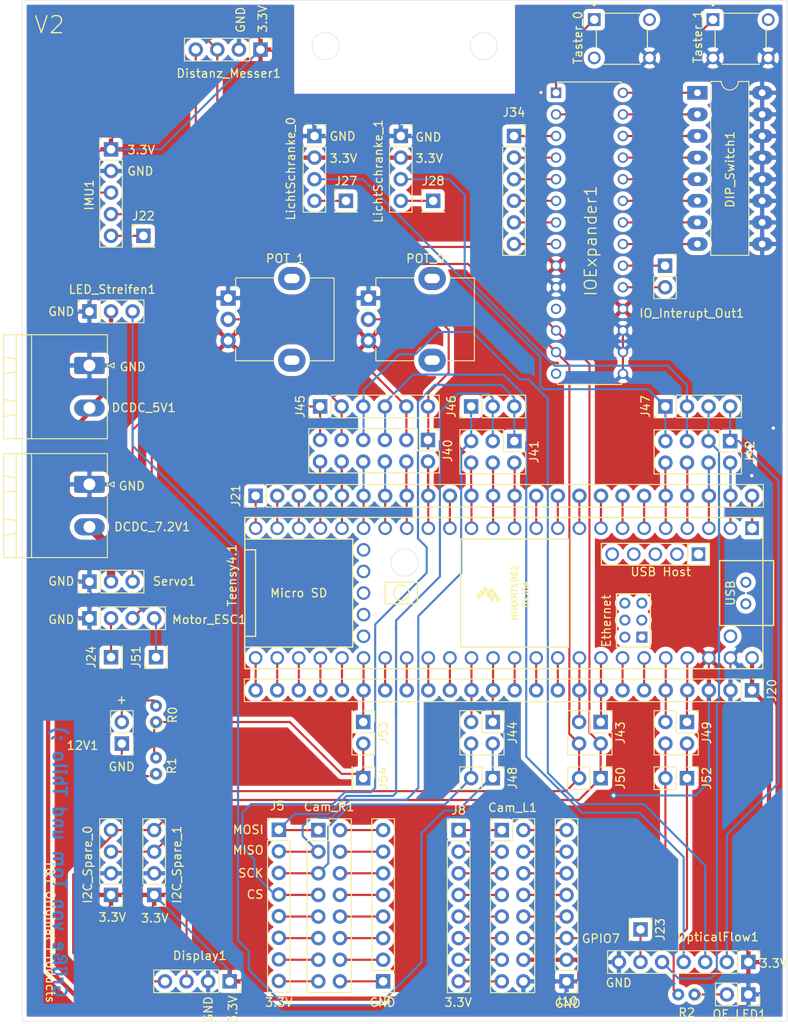
<source format=kicad_pcb>
(kicad_pcb (version 20171130) (host pcbnew "(5.1.10)-1")
  (layers (0 F.Cu signal) (31 B.Cu signal) (34 B.Paste user) (35 F.Paste user) (36 B.SilkS user) (37 F.SilkS user) (38 B.Mask user) (39 F.Mask user) (44 Edge.Cuts user))
  (net 0 "")
  (net 1 AKKU_12V)
  (net 2 AKKU_GND)
  (net 3 Motor_ESC_Data)
  (net 4 "Net-(J23-Pad1)")
  (net 5 PIM453_MISO)
  (net 6 PIM453_MOSI)
  (net 7 PIM453_SCK)
  (net 8 PIM453_CS)
  (net 9 3.3V)
  (net 10 Servo_Data)
  (net 11 7.2V)
  (net 12 Cam_3.3V_0)
  (net 13 Cam_ADC)
  (net 14 Cam_I2C_SDA)
  (net 15 Cam_I2C_SCL)
  (net 16 Cam_SPI_SS)
  (net 17 Cam_SPI_SCK)
  (net 18 Cam_SPI_MISO)
  (net 19 Cam_SPI_MOSI)
  (net 20 Cam_GND_0)
  (net 21 Cam_Raw)
  (net 22 Cam_ON_OFF)
  (net 23 Cam_ETH_TXP)
  (net 24 Cam_ETH_TXN)
  (net 25 Cam_ETH_RXP)
  (net 26 Cam_ETH_RXN)
  (net 27 Cam_ETH_LED)
  (net 28 Cam_3.3V_1)
  (net 29 Cam_SBL)
  (net 30 Cam_GPIO_13)
  (net 31 Cam_GPIO_14)
  (net 32 Cam_NC_3)
  (net 33 Cam_NC_2)
  (net 34 Cam_NC_1)
  (net 35 Cam_NC_0)
  (net 36 5V)
  (net 37 Cam_GPIO_7)
  (net 38 Cam_GPIO_8)
  (net 39 Cam_GPIO_9)
  (net 40 Cam_GPIO_10)
  (net 41 Cam_WakeUp)
  (net 42 Cam_Reset)
  (net 43 Display_SDA)
  (net 44 Display_SCL)
  (net 45 "Net-(J20-Pad24)")
  (net 46 "Net-(J20-Pad23)")
  (net 47 "Net-(J20-Pad22)")
  (net 48 "Net-(J20-Pad21)")
  (net 49 "Net-(J20-Pad20)")
  (net 50 SpannungsMessungAkku)
  (net 51 POT_0_Data)
  (net 52 POT_1_Data)
  (net 53 "Net-(J20-Pad15)")
  (net 54 "Net-(J20-Pad13)")
  (net 55 "Net-(J20-Pad12)")
  (net 56 "Net-(J20-Pad11)")
  (net 57 "Net-(J20-Pad10)")
  (net 58 "Net-(J20-Pad7)")
  (net 59 "Net-(J20-Pad6)")
  (net 60 "Net-(J20-Pad5)")
  (net 61 "Net-(J20-Pad4)")
  (net 62 "Net-(J21-Pad24)")
  (net 63 AchsenGeschwindigkeitsMessung_0_Data)
  (net 64 AchsenGeschwindigkeitsMessung_1_Data)
  (net 65 "Net-(J21-Pad19)")
  (net 66 LED_OpticalFlow)
  (net 67 "Net-(J21-Pad15)")
  (net 68 "Net-(J21-Pad14)")
  (net 69 "Net-(J21-Pad10)")
  (net 70 LED_DIN)
  (net 71 "Net-(J21-Pad8)")
  (net 72 "Net-(J21-Pad5)")
  (net 73 "Net-(J21-Pad4)")
  (net 74 "Net-(J21-Pad3)")
  (net 75 "Net-(J21-Pad2)")
  (net 76 "Net-(J21-Pad1)")
  (net 77 I2CIOExpander_INB)
  (net 78 I2CIOExpander_INA)
  (net 79 I2CIOExpander_B0)
  (net 80 I2CIOExpander_B1)
  (net 81 DIP_7)
  (net 82 DIP_6)
  (net 83 DIP_5)
  (net 84 DIP_4)
  (net 85 DIP_3)
  (net 86 I2CIOExpander_B7)
  (net 87 I2CIOExpander_B6)
  (net 88 I2CIOExpander_B5)
  (net 89 I2CIOExpander_B4)
  (net 90 I2CIOExpander_B3)
  (net 91 I2CIOExpander_B2)
  (net 92 DIP_2)
  (net 93 DIP_0)
  (net 94 DIP_1)
  (net 95 "Net-(J21-Pad9)")
  (net 96 AchsenGeschwindigkeitsMessung_0_GND)
  (net 97 "Net-(J20-Pad14)")
  (net 98 "Net-(J20-Pad9)")
  (net 99 "Net-(J20-Pad8)")
  (net 100 "Net-(J21-Pad23)")
  (net 101 "Net-(J21-Pad22)")
  (net 102 "Net-(J21-Pad13)")
  (net 103 "Net-(J21-Pad12)")
  (net 104 "Net-(J21-Pad11)")
  (net 105 "Net-(J21-Pad7)")
  (net 106 "Net-(J21-Pad6)")
  (net 107 "Net-(J21-Pad16)")
  (net 108 "Net-(J20-Pad16)")
  (net 109 "Net-(J21-Pad18)")
  (net 110 "Net-(J21-Pad17)")
  (net 111 "Net-(J20-Pad18)")
  (net 112 "Net-(J20-Pad17)")
  (net 113 "Net-(J21-Pad21)")
  (net 114 "Net-(J21-Pad20)")
  (net 115 "Net-(J20-Pad19)")
  (net 116 "Net-(IOExpander1-Pad11)")
  (net 117 "Net-(IMU1-Pad5)")
  (net 118 "Net-(J24-Pad1)")
  (net 119 "Net-(J27-Pad1)")
  (net 120 "Net-(J28-Pad1)")
  (net 121 "Net-(J51-Pad1)")
  (net 122 "Net-(OF_LED1-Pad2)")
  (net 123 "Net-(Taster_0-Pad3)")
  (net 124 "Net-(Taster_0-Pad2)")
  (net 125 "Net-(Taster_1-Pad2)")
  (net 126 "Net-(Teensy4.1-Pad66)")
  (net 127 "Net-(Teensy4.1-Pad67)")
  (net 128 "Net-(Teensy4.1-Pad54)")
  (net 129 "Net-(Teensy4.1-Pad53)")
  (net 130 "Net-(Teensy4.1-Pad52)")
  (net 131 "Net-(Teensy4.1-Pad51)")
  (net 132 "Net-(Teensy4.1-Pad50)")
  (net 133 "Net-(Teensy4.1-Pad62)")
  (net 134 "Net-(Teensy4.1-Pad63)")
  (net 135 "Net-(Teensy4.1-Pad64)")
  (net 136 "Net-(Teensy4.1-Pad61)")
  (net 137 "Net-(Teensy4.1-Pad65)")
  (net 138 "Net-(Teensy4.1-Pad60)")
  (net 139 "Net-(Teensy4.1-Pad55)")
  (net 140 "Net-(Teensy4.1-Pad56)")
  (net 141 "Net-(Teensy4.1-Pad57)")
  (net 142 "Net-(Teensy4.1-Pad58)")
  (net 143 "Net-(Teensy4.1-Pad59)")
  (net 144 "Net-(Teensy4.1-Pad49)")
  (module Connector_PinHeader_2.54mm:PinHeader_1x08_P2.54mm_Vertical (layer F.Cu) (at 30.2 97.5)
    (fp_text reference J5 (at -0.2 -2.8) (layer F.SilkS))
    (fp_text value " " hide)
    (pad 8 thru_hole oval (at 0 17.78) (size 1.7 1.7) (drill 1) (layers *.Cu *.Mask) (net 12 Cam_3.3V_0))
    (pad 7 thru_hole oval (at 0 15.24) (size 1.7 1.7) (drill 1) (layers *.Cu *.Mask) (net 13 Cam_ADC))
    (pad 6 thru_hole oval (at 0 12.7) (size 1.7 1.7) (drill 1) (layers *.Cu *.Mask) (net 14 Cam_I2C_SDA))
    (pad 5 thru_hole oval (at 0 10.16) (size 1.7 1.7) (drill 1) (layers *.Cu *.Mask) (net 15 Cam_I2C_SCL))
    (pad 4 thru_hole oval (at 0 7.62) (size 1.7 1.7) (drill 1) (layers *.Cu *.Mask) (net 16 Cam_SPI_SS))
    (pad 3 thru_hole oval (at 0 5.08) (size 1.7 1.7) (drill 1) (layers *.Cu *.Mask) (net 17 Cam_SPI_SCK))
    (pad 2 thru_hole oval (at 0 2.54) (size 1.7 1.7) (drill 1) (layers *.Cu *.Mask) (net 18 Cam_SPI_MISO))
    (pad 1 thru_hole rect (at 0 0) (size 1.7 1.7) (drill 1) (layers *.Cu *.Mask) (net 19 Cam_SPI_MOSI))
  )
  (module Resistor_THT:R_Axial_DIN0204_L3.6mm_D1.6mm_P1.90mm_Vertical (layer F.Cu) (at 15.748 90.932 90)
    (fp_text reference R1 (at 0.95 1.852 90) (layer F.SilkS))
    (fp_text value 1k)
    (pad 2 thru_hole oval (at 1.9 0 90) (size 1.4 1.4) (drill 0.7) (layers *.Cu *.Mask) (net 50 SpannungsMessungAkku))
    (pad 1 thru_hole circle (at 0 0 90) (size 1.4 1.4) (drill 0.7) (layers *.Cu *.Mask) (net 2 AKKU_GND))
  )
  (module Resistor_THT:R_Axial_DIN0204_L3.6mm_D1.6mm_P1.90mm_Vertical (layer F.Cu) (at 15.748 84.836 90)
    (fp_text reference R0 (at 0.836 1.952 90) (layer F.SilkS))
    (fp_text value 4k)
    (pad 2 thru_hole oval (at 1.9 0 90) (size 1.4 1.4) (drill 0.7) (layers *.Cu *.Mask) (net 1 AKKU_12V))
    (pad 1 thru_hole circle (at 0 0 90) (size 1.4 1.4) (drill 0.7) (layers *.Cu *.Mask) (net 50 SpannungsMessungAkku))
  )
  (module Connector_PinHeader_2.54mm:PinHeader_2x06_P2.54mm_Vertical (layer F.Cu) (at 47.752 51.689 270)
    (fp_text reference J40 (at 1.27 -2.33 90) (layer F.SilkS))
    (fp_text value _)
    (pad 12 thru_hole oval (at 2.54 12.7 270) (size 1.7 1.7) (drill 1) (layers *.Cu *.Mask) (net 73 "Net-(J21-Pad4)"))
    (pad 11 thru_hole oval (at 0 12.7 270) (size 1.7 1.7) (drill 1) (layers *.Cu *.Mask) (net 3 Motor_ESC_Data))
    (pad 10 thru_hole oval (at 2.54 10.16 270) (size 1.7 1.7) (drill 1) (layers *.Cu *.Mask) (net 72 "Net-(J21-Pad5)"))
    (pad 9 thru_hole oval (at 0 10.16 270) (size 1.7 1.7) (drill 1) (layers *.Cu *.Mask) (net 10 Servo_Data))
    (pad 8 thru_hole oval (at 2.54 7.62 270) (size 1.7 1.7) (drill 1) (layers *.Cu *.Mask) (net 106 "Net-(J21-Pad6)"))
    (pad 7 thru_hole oval (at 0 7.62 270) (size 1.7 1.7) (drill 1) (layers *.Cu *.Mask) (net 7 PIM453_SCK))
    (pad 6 thru_hole oval (at 2.54 5.08 270) (size 1.7 1.7) (drill 1) (layers *.Cu *.Mask) (net 105 "Net-(J21-Pad7)"))
    (pad 5 thru_hole oval (at 0 5.08 270) (size 1.7 1.7) (drill 1) (layers *.Cu *.Mask) (net 6 PIM453_MOSI))
    (pad 4 thru_hole oval (at 2.54 2.54 270) (size 1.7 1.7) (drill 1) (layers *.Cu *.Mask) (net 71 "Net-(J21-Pad8)"))
    (pad 3 thru_hole oval (at 0 2.54 270) (size 1.7 1.7) (drill 1) (layers *.Cu *.Mask) (net 52 POT_1_Data))
    (pad 2 thru_hole oval (at 2.54 0 270) (size 1.7 1.7) (drill 1) (layers *.Cu *.Mask) (net 95 "Net-(J21-Pad9)"))
    (pad 1 thru_hole rect (at 0 0 270) (size 1.7 1.7) (drill 1) (layers *.Cu *.Mask) (net 51 POT_0_Data))
  )
  (module Connector_PinHeader_2.54mm:PinHeader_1x02_P2.54mm_Vertical (layer F.Cu) (at 68.072 91.44 270)
    (fp_text reference J50 (at 0 -2.33 90) (layer F.SilkS))
    (fp_text value _)
    (pad 2 thru_hole oval (at 0 2.54 270) (size 1.7 1.7) (drill 1) (layers *.Cu *.Mask) (net 43 Display_SDA))
    (pad 1 thru_hole rect (at 0 0 270) (size 1.7 1.7) (drill 1) (layers *.Cu *.Mask) (net 44 Display_SCL))
  )
  (module Connector_PinHeader_2.54mm:PinHeader_1x02_P2.54mm_Vertical (layer F.Cu) (at 55.372 91.44 270)
    (fp_text reference J48 (at 0 -2.33 90) (layer F.SilkS))
    (fp_text value _)
    (pad 2 thru_hole oval (at 0 2.54 270) (size 1.7 1.7) (drill 1) (layers *.Cu *.Mask) (net 17 Cam_SPI_SCK))
    (pad 1 thru_hole rect (at 0 0 270) (size 1.7 1.7) (drill 1) (layers *.Cu *.Mask) (net 70 LED_DIN))
  )
  (module Connector_PinHeader_2.54mm:PinHeader_1x04_P2.54mm_Vertical (layer F.Cu) (at 75.692 47.752 90)
    (fp_text reference J47 (at 0 -2.33 90) (layer F.SilkS))
    (fp_text value _)
    (pad 4 thru_hole oval (at 0 7.62 90) (size 1.7 1.7) (drill 1) (layers *.Cu *.Mask) (net 8 PIM453_CS))
    (pad 3 thru_hole oval (at 0 5.08 90) (size 1.7 1.7) (drill 1) (layers *.Cu *.Mask) (net 5 PIM453_MISO))
    (pad 2 thru_hole oval (at 0 2.54 90) (size 1.7 1.7) (drill 1) (layers *.Cu *.Mask) (net 64 AchsenGeschwindigkeitsMessung_1_Data))
    (pad 1 thru_hole rect (at 0 0 90) (size 1.7 1.7) (drill 1) (layers *.Cu *.Mask) (net 63 AchsenGeschwindigkeitsMessung_0_Data))
  )
  (module Connector_PinHeader_2.54mm:PinHeader_1x03_P2.54mm_Vertical (layer F.Cu) (at 52.832 47.752 90)
    (fp_text reference J46 (at 0 -2.33 90) (layer F.SilkS))
    (fp_text value _)
    (pad 3 thru_hole oval (at 0 5.08 90) (size 1.7 1.7) (drill 1) (layers *.Cu *.Mask) (net 16 Cam_SPI_SS))
    (pad 2 thru_hole oval (at 0 2.54 90) (size 1.7 1.7) (drill 1) (layers *.Cu *.Mask) (net 19 Cam_SPI_MOSI))
    (pad 1 thru_hole rect (at 0 0 90) (size 1.7 1.7) (drill 1) (layers *.Cu *.Mask) (net 18 Cam_SPI_MISO))
  )
  (module Connector_PinHeader_2.54mm:PinHeader_1x06_P2.54mm_Vertical (layer F.Cu) (at 35.052 47.752 90)
    (fp_text reference J45 (at 0 -2.33 90) (layer F.SilkS))
    (fp_text value _)
    (pad 6 thru_hole oval (at 0 12.7 90) (size 1.7 1.7) (drill 1) (layers *.Cu *.Mask) (net 51 POT_0_Data))
    (pad 5 thru_hole oval (at 0 10.16 90) (size 1.7 1.7) (drill 1) (layers *.Cu *.Mask) (net 52 POT_1_Data))
    (pad 4 thru_hole oval (at 0 7.62 90) (size 1.7 1.7) (drill 1) (layers *.Cu *.Mask) (net 6 PIM453_MOSI))
    (pad 3 thru_hole oval (at 0 5.08 90) (size 1.7 1.7) (drill 1) (layers *.Cu *.Mask) (net 7 PIM453_SCK))
    (pad 2 thru_hole oval (at 0 2.54 90) (size 1.7 1.7) (drill 1) (layers *.Cu *.Mask) (net 10 Servo_Data))
    (pad 1 thru_hole rect (at 0 0 90) (size 1.7 1.7) (drill 1) (layers *.Cu *.Mask) (net 3 Motor_ESC_Data))
  )
  (module Connector_PinHeader_2.54mm:PinHeader_2x02_P2.54mm_Vertical (layer F.Cu) (at 55.372 84.836 270)
    (fp_text reference J44 (at 1.27 -2.33 90) (layer F.SilkS))
    (fp_text value _)
    (pad 4 thru_hole oval (at 2.54 2.54 270) (size 1.7 1.7) (drill 1) (layers *.Cu *.Mask) (net 17 Cam_SPI_SCK))
    (pad 3 thru_hole oval (at 0 2.54 270) (size 1.7 1.7) (drill 1) (layers *.Cu *.Mask) (net 97 "Net-(J20-Pad14)"))
    (pad 2 thru_hole oval (at 2.54 0 270) (size 1.7 1.7) (drill 1) (layers *.Cu *.Mask) (net 70 LED_DIN))
    (pad 1 thru_hole rect (at 0 0 270) (size 1.7 1.7) (drill 1) (layers *.Cu *.Mask) (net 54 "Net-(J20-Pad13)"))
  )
  (module Connector_PinHeader_2.54mm:PinHeader_2x02_P2.54mm_Vertical (layer F.Cu) (at 68.072 84.836 270)
    (fp_text reference J43 (at 1.27 -2.33 90) (layer F.SilkS))
    (fp_text value _)
    (pad 4 thru_hole oval (at 2.54 2.54 270) (size 1.7 1.7) (drill 1) (layers *.Cu *.Mask) (net 43 Display_SDA))
    (pad 3 thru_hole oval (at 0 2.54 270) (size 1.7 1.7) (drill 1) (layers *.Cu *.Mask) (net 98 "Net-(J20-Pad9)"))
    (pad 2 thru_hole oval (at 2.54 0 270) (size 1.7 1.7) (drill 1) (layers *.Cu *.Mask) (net 44 Display_SCL))
    (pad 1 thru_hole rect (at 0 0 270) (size 1.7 1.7) (drill 1) (layers *.Cu *.Mask) (net 99 "Net-(J20-Pad8)"))
  )
  (module Connector_PinHeader_2.54mm:PinHeader_2x04_P2.54mm_Vertical (layer F.Cu) (at 83.312 51.816 270)
    (fp_text reference J42 (at 1.27 -2.33 90) (layer F.SilkS))
    (fp_text value _)
    (pad 8 thru_hole oval (at 2.54 7.62 270) (size 1.7 1.7) (drill 1) (layers *.Cu *.Mask) (net 114 "Net-(J21-Pad20)"))
    (pad 7 thru_hole oval (at 0 7.62 270) (size 1.7 1.7) (drill 1) (layers *.Cu *.Mask) (net 63 AchsenGeschwindigkeitsMessung_0_Data))
    (pad 6 thru_hole oval (at 2.54 5.08 270) (size 1.7 1.7) (drill 1) (layers *.Cu *.Mask) (net 113 "Net-(J21-Pad21)"))
    (pad 5 thru_hole oval (at 0 5.08 270) (size 1.7 1.7) (drill 1) (layers *.Cu *.Mask) (net 64 AchsenGeschwindigkeitsMessung_1_Data))
    (pad 4 thru_hole oval (at 2.54 2.54 270) (size 1.7 1.7) (drill 1) (layers *.Cu *.Mask) (net 101 "Net-(J21-Pad22)"))
    (pad 3 thru_hole oval (at 0 2.54 270) (size 1.7 1.7) (drill 1) (layers *.Cu *.Mask) (net 5 PIM453_MISO))
    (pad 2 thru_hole oval (at 2.54 0 270) (size 1.7 1.7) (drill 1) (layers *.Cu *.Mask) (net 100 "Net-(J21-Pad23)"))
    (pad 1 thru_hole rect (at 0 0 270) (size 1.7 1.7) (drill 1) (layers *.Cu *.Mask) (net 8 PIM453_CS))
  )
  (module Connector_PinHeader_2.54mm:PinHeader_2x03_P2.54mm_Vertical (layer F.Cu) (at 57.912 51.816 270)
    (fp_text reference J41 (at 1.27 -2.33 90) (layer F.SilkS))
    (fp_text value _)
    (pad 6 thru_hole oval (at 2.54 5.08 270) (size 1.7 1.7) (drill 1) (layers *.Cu *.Mask) (net 104 "Net-(J21-Pad11)"))
    (pad 5 thru_hole oval (at 0 5.08 270) (size 1.7 1.7) (drill 1) (layers *.Cu *.Mask) (net 18 Cam_SPI_MISO))
    (pad 4 thru_hole oval (at 2.54 2.54 270) (size 1.7 1.7) (drill 1) (layers *.Cu *.Mask) (net 103 "Net-(J21-Pad12)"))
    (pad 3 thru_hole oval (at 0 2.54 270) (size 1.7 1.7) (drill 1) (layers *.Cu *.Mask) (net 19 Cam_SPI_MOSI))
    (pad 2 thru_hole oval (at 2.54 0 270) (size 1.7 1.7) (drill 1) (layers *.Cu *.Mask) (net 102 "Net-(J21-Pad13)"))
    (pad 1 thru_hole rect (at 0 0 270) (size 1.7 1.7) (drill 1) (layers *.Cu *.Mask) (net 16 Cam_SPI_SS))
  )
  (module Connector_PinHeader_2.54mm:PinHeader_1x01_P2.54mm_Vertical (layer F.Cu) (at 40.132 91.44 270)
    (fp_text reference J54 (at 0 -2.33 90) (layer F.SilkS))
    (fp_text value _)
    (pad 1 thru_hole rect (at 0 0 270) (size 1.7 1.7) (drill 1) (layers *.Cu *.Mask) (net 50 SpannungsMessungAkku))
  )
  (module Connector_PinHeader_2.54mm:PinHeader_2x01_P2.54mm_Vertical (layer F.Cu) (at 40.132 84.836 270)
    (fp_text reference J53 (at 1.27 -2.33 90) (layer F.SilkS))
    (fp_text value _)
    (pad 2 thru_hole oval (at 2.54 0 270) (size 1.7 1.7) (drill 1) (layers *.Cu *.Mask) (net 50 SpannungsMessungAkku))
    (pad 1 thru_hole rect (at 0 0 270) (size 1.7 1.7) (drill 1) (layers *.Cu *.Mask) (net 115 "Net-(J20-Pad19)"))
  )
  (module Connector_PinHeader_2.54mm:PinHeader_1x02_P2.54mm_Vertical (layer F.Cu) (at 78.232 91.44 270)
    (fp_text reference J52 (at 0 -2.33 90) (layer F.SilkS))
    (fp_text value _)
    (pad 2 thru_hole oval (at 0 2.54 270) (size 1.7 1.7) (drill 1) (layers *.Cu *.Mask) (net 37 Cam_GPIO_7))
    (pad 1 thru_hole rect (at 0 0 270) (size 1.7 1.7) (drill 1) (layers *.Cu *.Mask) (net 66 LED_OpticalFlow))
  )
  (module Connector_PinHeader_2.54mm:PinHeader_2x02_P2.54mm_Vertical (layer F.Cu) (at 78.232 84.836 270)
    (fp_text reference J49 (at 1.27 -2.33 90) (layer F.SilkS))
    (fp_text value _)
    (pad 4 thru_hole oval (at 2.54 2.54 270) (size 1.7 1.7) (drill 1) (layers *.Cu *.Mask) (net 37 Cam_GPIO_7))
    (pad 3 thru_hole oval (at 0 2.54 270) (size 1.7 1.7) (drill 1) (layers *.Cu *.Mask) (net 60 "Net-(J20-Pad5)"))
    (pad 2 thru_hole oval (at 2.54 0 270) (size 1.7 1.7) (drill 1) (layers *.Cu *.Mask) (net 66 LED_OpticalFlow))
    (pad 1 thru_hole rect (at 0 0 270) (size 1.7 1.7) (drill 1) (layers *.Cu *.Mask) (net 61 "Net-(J20-Pad4)"))
  )
  (module Connector_PinHeader_2.54mm:PinHeader_1x04_P2.54mm_Vertical (layer F.Cu) (at 7.91 72.644 90)
    (fp_text reference Motor_ESC1 (at -0.156 14.09 180) (layer F.SilkS))
    (fp_text value Motor_ESC)
    (pad 4 thru_hole oval (at 0 7.62 90) (size 1.7 1.7) (drill 1) (layers *.Cu *.Mask) (net 121 "Net-(J51-Pad1)"))
    (pad 3 thru_hole oval (at 0 5.08 90) (size 1.7 1.7) (drill 1) (layers *.Cu *.Mask) (net 3 Motor_ESC_Data))
    (pad 2 thru_hole oval (at 0 2.54 90) (size 1.7 1.7) (drill 1) (layers *.Cu *.Mask) (net 118 "Net-(J24-Pad1)"))
    (pad 1 thru_hole rect (at 0 0 90) (size 1.7 1.7) (drill 1) (layers *.Cu *.Mask) (net 96 AchsenGeschwindigkeitsMessung_0_GND))
  )
  (module Connector_PinHeader_2.54mm:PinHeader_1x01_P2.54mm_Vertical (layer F.Cu) (at 15.748 77.216 90)
    (fp_text reference J51 (at 0 -2.33 90) (layer F.SilkS))
    (fp_text value " ")
    (pad 1 thru_hole rect (at 0 0 90) (size 1.7 1.7) (drill 1) (layers *.Cu *.Mask) (net 121 "Net-(J51-Pad1)"))
  )
  (module Connector_PinHeader_2.54mm:PinHeader_1x04_P2.54mm_Vertical (layer F.Cu) (at 10.45 105.16 180)
    (fp_text reference I2C_Spare_0 (at 2.75 3.56 90) (layer F.SilkS))
    (fp_text value I2C_Spare0)
    (pad 4 thru_hole oval (at 0 7.62 180) (size 1.7 1.7) (drill 1) (layers *.Cu *.Mask) (net 43 Display_SDA))
    (pad 3 thru_hole oval (at 0 5.08 180) (size 1.7 1.7) (drill 1) (layers *.Cu *.Mask) (net 44 Display_SCL))
    (pad 2 thru_hole oval (at 0 2.54 180) (size 1.7 1.7) (drill 1) (layers *.Cu *.Mask) (net 96 AchsenGeschwindigkeitsMessung_0_GND))
    (pad 1 thru_hole rect (at 0 0 180) (size 1.7 1.7) (drill 1) (layers *.Cu *.Mask) (net 9 3.3V))
  )
  (module Connector_PinHeader_2.54mm:PinHeader_1x04_P2.54mm_Vertical (layer F.Cu) (at 15.53 105.16 180)
    (fp_text reference I2C_Spare_1 (at -2.67 3.56 90) (layer F.SilkS))
    (fp_text value I2C_Spare1)
    (pad 4 thru_hole oval (at 0 7.62 180) (size 1.7 1.7) (drill 1) (layers *.Cu *.Mask) (net 43 Display_SDA))
    (pad 3 thru_hole oval (at 0 5.08 180) (size 1.7 1.7) (drill 1) (layers *.Cu *.Mask) (net 44 Display_SCL))
    (pad 2 thru_hole oval (at 0 2.54 180) (size 1.7 1.7) (drill 1) (layers *.Cu *.Mask) (net 96 AchsenGeschwindigkeitsMessung_0_GND))
    (pad 1 thru_hole rect (at 0 0 180) (size 1.7 1.7) (drill 1) (layers *.Cu *.Mask) (net 9 3.3V))
  )
  (module Connector_PinHeader_2.54mm:PinHeader_1x02_P2.54mm_Vertical (layer F.Cu) (at 11.72 87.38 180)
    (fp_text reference 12V1 (at 4.62 -0.22) (layer F.SilkS))
    (fp_text value 12V)
    (pad 2 thru_hole oval (at 0 2.54 180) (size 1.7 1.7) (drill 1) (layers *.Cu *.Mask) (net 1 AKKU_12V))
    (pad 1 thru_hole rect (at 0 0 180) (size 1.7 1.7) (drill 1) (layers *.Cu *.Mask) (net 2 AKKU_GND))
  )
  (module Connector_PinSocket_2.54mm:PinSocket_1x03_P2.54mm_Vertical (layer F.Cu) (at 7.91 36.58 90)
    (fp_text reference LED_Streifen1 (at 2.58 2.69 180) (layer F.SilkS))
    (fp_text value LED_Streifen)
    (pad 3 thru_hole oval (at 0 5.08 90) (size 1.7 1.7) (drill 1) (layers *.Cu *.Mask) (net 70 LED_DIN))
    (pad 2 thru_hole oval (at 0 2.54 90) (size 1.7 1.7) (drill 1) (layers *.Cu *.Mask) (net 36 5V))
    (pad 1 thru_hole rect (at 0 0 90) (size 1.7 1.7) (drill 1) (layers *.Cu *.Mask) (net 96 AchsenGeschwindigkeitsMessung_0_GND))
  )
  (module Connector_PinHeader_2.54mm:PinHeader_1x08_P2.54mm_Vertical (layer F.Cu) (at 64.06 115.32 180)
    (fp_text reference J10 (at 0 -2.33) (layer F.SilkS))
    (fp_text value " ")
    (pad 8 thru_hole oval (at 0 17.78 180) (size 1.7 1.7) (drill 1) (layers *.Cu *.Mask) (net 42 Cam_Reset))
    (pad 7 thru_hole oval (at 0 15.24 180) (size 1.7 1.7) (drill 1) (layers *.Cu *.Mask) (net 41 Cam_WakeUp))
    (pad 6 thru_hole oval (at 0 12.7 180) (size 1.7 1.7) (drill 1) (layers *.Cu *.Mask) (net 40 Cam_GPIO_10))
    (pad 5 thru_hole oval (at 0 10.16 180) (size 1.7 1.7) (drill 1) (layers *.Cu *.Mask) (net 39 Cam_GPIO_9))
    (pad 4 thru_hole oval (at 0 7.62 180) (size 1.7 1.7) (drill 1) (layers *.Cu *.Mask) (net 38 Cam_GPIO_8))
    (pad 3 thru_hole oval (at 0 5.08 180) (size 1.7 1.7) (drill 1) (layers *.Cu *.Mask) (net 37 Cam_GPIO_7))
    (pad 2 thru_hole oval (at 0 2.54 180) (size 1.7 1.7) (drill 1) (layers *.Cu *.Mask) (net 36 5V))
    (pad 1 thru_hole rect (at 0 0 180) (size 1.7 1.7) (drill 1) (layers *.Cu *.Mask) (net 96 AchsenGeschwindigkeitsMessung_0_GND))
  )
  (module Connector_PinHeader_2.54mm:PinHeader_2x08_P2.54mm_Vertical (layer F.Cu) (at 56.44 97.54)
    (fp_text reference Cam_L1 (at 1.27 -2.64) (layer F.SilkS))
    (fp_text value Cam_L)
    (pad 16 thru_hole oval (at 2.54 17.78) (size 1.7 1.7) (drill 1) (layers *.Cu *.Mask) (net 96 AchsenGeschwindigkeitsMessung_0_GND))
    (pad 15 thru_hole oval (at 0 17.78) (size 1.7 1.7) (drill 1) (layers *.Cu *.Mask) (net 28 Cam_3.3V_1))
    (pad 14 thru_hole oval (at 2.54 15.24) (size 1.7 1.7) (drill 1) (layers *.Cu *.Mask) (net 36 5V))
    (pad 13 thru_hole oval (at 0 15.24) (size 1.7 1.7) (drill 1) (layers *.Cu *.Mask) (net 29 Cam_SBL))
    (pad 12 thru_hole oval (at 2.54 12.7) (size 1.7 1.7) (drill 1) (layers *.Cu *.Mask) (net 37 Cam_GPIO_7))
    (pad 11 thru_hole oval (at 0 12.7) (size 1.7 1.7) (drill 1) (layers *.Cu *.Mask) (net 30 Cam_GPIO_13))
    (pad 10 thru_hole oval (at 2.54 10.16) (size 1.7 1.7) (drill 1) (layers *.Cu *.Mask) (net 38 Cam_GPIO_8))
    (pad 9 thru_hole oval (at 0 10.16) (size 1.7 1.7) (drill 1) (layers *.Cu *.Mask) (net 31 Cam_GPIO_14))
    (pad 8 thru_hole oval (at 2.54 7.62) (size 1.7 1.7) (drill 1) (layers *.Cu *.Mask) (net 39 Cam_GPIO_9))
    (pad 7 thru_hole oval (at 0 7.62) (size 1.7 1.7) (drill 1) (layers *.Cu *.Mask) (net 32 Cam_NC_3))
    (pad 6 thru_hole oval (at 2.54 5.08) (size 1.7 1.7) (drill 1) (layers *.Cu *.Mask) (net 40 Cam_GPIO_10))
    (pad 5 thru_hole oval (at 0 5.08) (size 1.7 1.7) (drill 1) (layers *.Cu *.Mask) (net 33 Cam_NC_2))
    (pad 4 thru_hole oval (at 2.54 2.54) (size 1.7 1.7) (drill 1) (layers *.Cu *.Mask) (net 41 Cam_WakeUp))
    (pad 3 thru_hole oval (at 0 2.54) (size 1.7 1.7) (drill 1) (layers *.Cu *.Mask) (net 34 Cam_NC_1))
    (pad 2 thru_hole oval (at 2.54 0) (size 1.7 1.7) (drill 1) (layers *.Cu *.Mask) (net 42 Cam_Reset))
    (pad 1 thru_hole rect (at 0 0) (size 1.7 1.7) (drill 1) (layers *.Cu *.Mask) (net 35 Cam_NC_0))
  )
  (module Connector_PinHeader_2.54mm:PinHeader_1x08_P2.54mm_Vertical (layer F.Cu) (at 51.36 97.54)
    (fp_text reference J8 (at 0 -2.33) (layer F.SilkS))
    (fp_text value " ")
    (pad 8 thru_hole oval (at 0 17.78) (size 1.7 1.7) (drill 1) (layers *.Cu *.Mask) (net 28 Cam_3.3V_1))
    (pad 7 thru_hole oval (at 0 15.24) (size 1.7 1.7) (drill 1) (layers *.Cu *.Mask) (net 29 Cam_SBL))
    (pad 6 thru_hole oval (at 0 12.7) (size 1.7 1.7) (drill 1) (layers *.Cu *.Mask) (net 30 Cam_GPIO_13))
    (pad 5 thru_hole oval (at 0 10.16) (size 1.7 1.7) (drill 1) (layers *.Cu *.Mask) (net 31 Cam_GPIO_14))
    (pad 4 thru_hole oval (at 0 7.62) (size 1.7 1.7) (drill 1) (layers *.Cu *.Mask) (net 32 Cam_NC_3))
    (pad 3 thru_hole oval (at 0 5.08) (size 1.7 1.7) (drill 1) (layers *.Cu *.Mask) (net 33 Cam_NC_2))
    (pad 2 thru_hole oval (at 0 2.54) (size 1.7 1.7) (drill 1) (layers *.Cu *.Mask) (net 34 Cam_NC_1))
    (pad 1 thru_hole rect (at 0 0) (size 1.7 1.7) (drill 1) (layers *.Cu *.Mask) (net 35 Cam_NC_0))
  )
  (module Connector_PinHeader_2.54mm:PinHeader_1x08_P2.54mm_Vertical (layer F.Cu) (at 42.47 115.32 180)
    (fp_text reference J7 (at 0 -2.33) (layer F.SilkS))
    (fp_text value " " hide)
    (pad 8 thru_hole oval (at 0 17.78 180) (size 1.7 1.7) (drill 1) (layers *.Cu *.Mask) (net 27 Cam_ETH_LED))
    (pad 7 thru_hole oval (at 0 15.24 180) (size 1.7 1.7) (drill 1) (layers *.Cu *.Mask) (net 26 Cam_ETH_RXN))
    (pad 6 thru_hole oval (at 0 12.7 180) (size 1.7 1.7) (drill 1) (layers *.Cu *.Mask) (net 25 Cam_ETH_RXP))
    (pad 5 thru_hole oval (at 0 10.16 180) (size 1.7 1.7) (drill 1) (layers *.Cu *.Mask) (net 24 Cam_ETH_TXN))
    (pad 4 thru_hole oval (at 0 7.62 180) (size 1.7 1.7) (drill 1) (layers *.Cu *.Mask) (net 23 Cam_ETH_TXP))
    (pad 3 thru_hole oval (at 0 5.08 180) (size 1.7 1.7) (drill 1) (layers *.Cu *.Mask) (net 22 Cam_ON_OFF))
    (pad 2 thru_hole oval (at 0 2.54 180) (size 1.7 1.7) (drill 1) (layers *.Cu *.Mask) (net 21 Cam_Raw))
    (pad 1 thru_hole rect (at 0 0 180) (size 1.7 1.7) (drill 1) (layers *.Cu *.Mask) (net 20 Cam_GND_0))
  )
  (module Connector_PinHeader_2.54mm:PinHeader_2x08_P2.54mm_Vertical (layer F.Cu) (at 34.85 97.54)
    (fp_text reference Cam_R1 (at 1.27 -2.74) (layer F.SilkS))
    (fp_text value Cam_R)
    (pad 16 thru_hole oval (at 2.54 17.78) (size 1.7 1.7) (drill 1) (layers *.Cu *.Mask) (net 20 Cam_GND_0))
    (pad 15 thru_hole oval (at 0 17.78) (size 1.7 1.7) (drill 1) (layers *.Cu *.Mask) (net 12 Cam_3.3V_0))
    (pad 14 thru_hole oval (at 2.54 15.24) (size 1.7 1.7) (drill 1) (layers *.Cu *.Mask) (net 21 Cam_Raw))
    (pad 13 thru_hole oval (at 0 15.24) (size 1.7 1.7) (drill 1) (layers *.Cu *.Mask) (net 13 Cam_ADC))
    (pad 12 thru_hole oval (at 2.54 12.7) (size 1.7 1.7) (drill 1) (layers *.Cu *.Mask) (net 22 Cam_ON_OFF))
    (pad 11 thru_hole oval (at 0 12.7) (size 1.7 1.7) (drill 1) (layers *.Cu *.Mask) (net 14 Cam_I2C_SDA))
    (pad 10 thru_hole oval (at 2.54 10.16) (size 1.7 1.7) (drill 1) (layers *.Cu *.Mask) (net 23 Cam_ETH_TXP))
    (pad 9 thru_hole oval (at 0 10.16) (size 1.7 1.7) (drill 1) (layers *.Cu *.Mask) (net 15 Cam_I2C_SCL))
    (pad 8 thru_hole oval (at 2.54 7.62) (size 1.7 1.7) (drill 1) (layers *.Cu *.Mask) (net 24 Cam_ETH_TXN))
    (pad 7 thru_hole oval (at 0 7.62) (size 1.7 1.7) (drill 1) (layers *.Cu *.Mask) (net 16 Cam_SPI_SS))
    (pad 6 thru_hole oval (at 2.54 5.08) (size 1.7 1.7) (drill 1) (layers *.Cu *.Mask) (net 25 Cam_ETH_RXP))
    (pad 5 thru_hole oval (at 0 5.08) (size 1.7 1.7) (drill 1) (layers *.Cu *.Mask) (net 17 Cam_SPI_SCK))
    (pad 4 thru_hole oval (at 2.54 2.54) (size 1.7 1.7) (drill 1) (layers *.Cu *.Mask) (net 26 Cam_ETH_RXN))
    (pad 3 thru_hole oval (at 0 2.54) (size 1.7 1.7) (drill 1) (layers *.Cu *.Mask) (net 18 Cam_SPI_MISO))
    (pad 2 thru_hole oval (at 2.54 0) (size 1.7 1.7) (drill 1) (layers *.Cu *.Mask) (net 27 Cam_ETH_LED))
    (pad 1 thru_hole rect (at 0 0) (size 1.7 1.7) (drill 1) (layers *.Cu *.Mask) (net 19 Cam_SPI_MOSI))
  )
  (module Resistor_THT:R_Axial_DIN0204_L3.6mm_D1.6mm_P1.90mm_Vertical (layer F.Cu) (at 79.11 116.86 180)
    (fp_text reference R2 (at 0.91 -2.14) (layer F.SilkS))
    (fp_text value 330)
    (pad 2 thru_hole oval (at 1.9 0 180) (size 1.4 1.4) (drill 0.7) (layers *.Cu *.Mask) (net 66 LED_OpticalFlow))
    (pad 1 thru_hole circle (at 0 0 180) (size 1.4 1.4) (drill 0.7) (layers *.Cu *.Mask) (net 122 "Net-(OF_LED1-Pad2)"))
  )
  (module Connector_PinSocket_2.54mm:PinSocket_1x02_P2.54mm_Vertical (layer F.Cu) (at 85.46 116.86 270)
    (fp_text reference OF_LED1 (at 2.34 1.06 180) (layer F.SilkS))
    (fp_text value OF_LED)
    (pad 2 thru_hole oval (at 0 2.54 270) (size 1.7 1.7) (drill 1) (layers *.Cu *.Mask) (net 122 "Net-(OF_LED1-Pad2)"))
    (pad 1 thru_hole rect (at 0 0 270) (size 1.7 1.7) (drill 1) (layers *.Cu *.Mask) (net 96 AchsenGeschwindigkeitsMessung_0_GND))
  )
  (module Connector_PinSocket_2.54mm:PinSocket_1x04_P2.54mm_Vertical (layer F.Cu) (at 24.42 115.32 270)
    (fp_text reference Display1 (at -3.02 3.52 180) (layer F.SilkS))
    (fp_text value Display)
    (pad 4 thru_hole oval (at 0 7.62 270) (size 1.7 1.7) (drill 1) (layers *.Cu *.Mask) (net 43 Display_SDA))
    (pad 3 thru_hole oval (at 0 5.08 270) (size 1.7 1.7) (drill 1) (layers *.Cu *.Mask) (net 44 Display_SCL))
    (pad 2 thru_hole oval (at 0 2.54 270) (size 1.7 1.7) (drill 1) (layers *.Cu *.Mask) (net 96 AchsenGeschwindigkeitsMessung_0_GND))
    (pad 1 thru_hole rect (at 0 0 270) (size 1.7 1.7) (drill 1) (layers *.Cu *.Mask) (net 9 3.3V))
  )
  (module Connector_PinHeader_2.54mm:PinHeader_1x01_P2.54mm_Vertical (layer F.Cu) (at 48.36 23.58)
    (fp_text reference J28 (at 0 -2.33) (layer F.SilkS))
    (fp_text value " ")
    (pad 1 thru_hole rect (at 0 0) (size 1.7 1.7) (drill 1) (layers *.Cu *.Mask) (net 120 "Net-(J28-Pad1)"))
  )
  (module Connector_PinHeader_2.54mm:PinHeader_1x01_P2.54mm_Vertical (layer F.Cu) (at 38.1 23.58)
    (fp_text reference J27 (at 0 -2.33) (layer F.SilkS))
    (fp_text value " ")
    (pad 1 thru_hole rect (at 0 0) (size 1.7 1.7) (drill 1) (layers *.Cu *.Mask) (net 119 "Net-(J27-Pad1)"))
  )
  (module Connector_PinSocket_2.54mm:PinSocket_1x04_P2.54mm_Vertical (layer F.Cu) (at 44.55 15.96)
    (fp_text reference LichtSchranke_1 (at -2.65 4.14 90) (layer F.SilkS))
    (fp_text value LichtSchranke_1)
    (pad 4 thru_hole oval (at 0 7.62) (size 1.7 1.7) (drill 1) (layers *.Cu *.Mask) (net 120 "Net-(J28-Pad1)"))
    (pad 3 thru_hole oval (at 0 5.08) (size 1.7 1.7) (drill 1) (layers *.Cu *.Mask) (net 64 AchsenGeschwindigkeitsMessung_1_Data))
    (pad 2 thru_hole oval (at 0 2.54) (size 1.7 1.7) (drill 1) (layers *.Cu *.Mask) (net 9 3.3V))
    (pad 1 thru_hole rect (at 0 0) (size 1.7 1.7) (drill 1) (layers *.Cu *.Mask) (net 96 AchsenGeschwindigkeitsMessung_0_GND))
  )
  (module Connector_PinSocket_2.54mm:PinSocket_1x04_P2.54mm_Vertical (layer F.Cu) (at 34.39 15.96)
    (fp_text reference LichtSchranke_0 (at -2.79 3.84 90) (layer F.SilkS))
    (fp_text value LichtSchranke_0)
    (pad 4 thru_hole oval (at 0 7.62) (size 1.7 1.7) (drill 1) (layers *.Cu *.Mask) (net 119 "Net-(J27-Pad1)"))
    (pad 3 thru_hole oval (at 0 5.08) (size 1.7 1.7) (drill 1) (layers *.Cu *.Mask) (net 63 AchsenGeschwindigkeitsMessung_0_Data))
    (pad 2 thru_hole oval (at 0 2.54) (size 1.7 1.7) (drill 1) (layers *.Cu *.Mask) (net 9 3.3V))
    (pad 1 thru_hole rect (at 0 0) (size 1.7 1.7) (drill 1) (layers *.Cu *.Mask) (net 96 AchsenGeschwindigkeitsMessung_0_GND))
  )
  (module Connector_PinHeader_2.54mm:PinHeader_1x01_P2.54mm_Vertical (layer F.Cu) (at 10.45 77.22 90)
    (fp_text reference J24 (at 0 -2.33 90) (layer F.SilkS))
    (fp_text value " ")
    (pad 1 thru_hole rect (at 0 0 90) (size 1.7 1.7) (drill 1) (layers *.Cu *.Mask) (net 118 "Net-(J24-Pad1)"))
  )
  (module Connector_PinHeader_2.54mm:PinHeader_1x01_P2.54mm_Vertical (layer F.Cu) (at 72.76 109.22 270)
    (fp_text reference J23 (at 0 -2.33 90) (layer F.SilkS))
    (fp_text value " ")
    (pad 1 thru_hole rect (at 0 0 270) (size 1.7 1.7) (drill 1) (layers *.Cu *.Mask) (net 4 "Net-(J23-Pad1)"))
  )
  (module Connector_PinHeader_2.54mm:PinHeader_1x01_P2.54mm_Vertical (layer F.Cu) (at 14.26 27.69)
    (fp_text reference J22 (at 0 -2.33) (layer F.SilkS))
    (fp_text value " ")
    (pad 1 thru_hole rect (at 0 0) (size 1.7 1.7) (drill 1) (layers *.Cu *.Mask) (net 117 "Net-(IMU1-Pad5)"))
  )
  (module Connector_PinHeader_2.54mm:PinHeader_1x05_P2.54mm_Vertical (layer F.Cu) (at 10.45 17.53)
    (fp_text reference IMU1 (at -2.55 5.37 90) (layer F.SilkS))
    (fp_text value IMU)
    (pad 5 thru_hole oval (at 0 10.16) (size 1.7 1.7) (drill 1) (layers *.Cu *.Mask) (net 117 "Net-(IMU1-Pad5)"))
    (pad 4 thru_hole oval (at 0 7.62) (size 1.7 1.7) (drill 1) (layers *.Cu *.Mask) (net 43 Display_SDA))
    (pad 3 thru_hole oval (at 0 5.08) (size 1.7 1.7) (drill 1) (layers *.Cu *.Mask) (net 44 Display_SCL))
    (pad 2 thru_hole oval (at 0 2.54) (size 1.7 1.7) (drill 1) (layers *.Cu *.Mask) (net 96 AchsenGeschwindigkeitsMessung_0_GND))
    (pad 1 thru_hole rect (at 0 0) (size 1.7 1.7) (drill 1) (layers *.Cu *.Mask) (net 9 3.3V))
  )
  (module Connector_PinHeader_2.54mm:PinHeader_1x04_P2.54mm_Vertical (layer F.Cu) (at 28.04 5.8 270)
    (fp_text reference Distanz_Messer1 (at 2.8 3.74 180) (layer F.SilkS))
    (fp_text value Distanz_Messer)
    (pad 4 thru_hole oval (at 0 7.62 270) (size 1.7 1.7) (drill 1) (layers *.Cu *.Mask) (net 43 Display_SDA))
    (pad 3 thru_hole oval (at 0 5.08 270) (size 1.7 1.7) (drill 1) (layers *.Cu *.Mask) (net 44 Display_SCL))
    (pad 2 thru_hole oval (at 0 2.54 270) (size 1.7 1.7) (drill 1) (layers *.Cu *.Mask) (net 96 AchsenGeschwindigkeitsMessung_0_GND))
    (pad 1 thru_hole rect (at 0 0 270) (size 1.7 1.7) (drill 1) (layers *.Cu *.Mask) (net 9 3.3V))
  )
  (module Connector_PinHeader_2.54mm:PinHeader_1x07_P2.54mm_Vertical (layer F.Cu) (at 85.46 113.05 270)
    (fp_text reference OpticalFlow1 (at -2.95 3.56 180) (layer F.SilkS))
    (fp_text value OpticalFlow)
    (pad 7 thru_hole oval (at 0 15.24 270) (size 1.7 1.7) (drill 1) (layers *.Cu *.Mask) (net 96 AchsenGeschwindigkeitsMessung_0_GND))
    (pad 6 thru_hole oval (at 0 12.7 270) (size 1.7 1.7) (drill 1) (layers *.Cu *.Mask) (net 4 "Net-(J23-Pad1)"))
    (pad 5 thru_hole oval (at 0 10.16 270) (size 1.7 1.7) (drill 1) (layers *.Cu *.Mask) (net 5 PIM453_MISO))
    (pad 4 thru_hole oval (at 0 7.62 270) (size 1.7 1.7) (drill 1) (layers *.Cu *.Mask) (net 6 PIM453_MOSI))
    (pad 3 thru_hole oval (at 0 5.08 270) (size 1.7 1.7) (drill 1) (layers *.Cu *.Mask) (net 7 PIM453_SCK))
    (pad 2 thru_hole oval (at 0 2.54 270) (size 1.7 1.7) (drill 1) (layers *.Cu *.Mask) (net 8 PIM453_CS))
    (pad 1 thru_hole rect (at 0 0 270) (size 1.7 1.7) (drill 1) (layers *.Cu *.Mask) (net 9 3.3V))
  )
  (module I2CIOExpander:DIP787W45P254L3556H508Q28 (layer F.Cu) (at 66.76 27.39)
    (fp_text reference IOExpander1 (at 0.14 0.91 90) (layer F.SilkS) (effects (font (size 1.402394 1.402394))))
    (fp_text value IOExpander)
    (pad 28 thru_hole circle (at 3.935 -16.51) (size 1.23 1.23) (drill 0.82) (layers *.Cu *.Mask) (net 81 DIP_7))
    (pad 27 thru_hole circle (at 3.935 -13.97) (size 1.23 1.23) (drill 0.82) (layers *.Cu *.Mask) (net 82 DIP_6))
    (pad 26 thru_hole circle (at 3.935 -11.43) (size 1.23 1.23) (drill 0.82) (layers *.Cu *.Mask) (net 83 DIP_5))
    (pad 25 thru_hole circle (at 3.935 -8.89) (size 1.23 1.23) (drill 0.82) (layers *.Cu *.Mask) (net 84 DIP_4))
    (pad 24 thru_hole circle (at 3.935 -6.35) (size 1.23 1.23) (drill 0.82) (layers *.Cu *.Mask) (net 85 DIP_3))
    (pad 23 thru_hole circle (at 3.935 -3.81) (size 1.23 1.23) (drill 0.82) (layers *.Cu *.Mask) (net 92 DIP_2))
    (pad 22 thru_hole circle (at 3.935 -1.27) (size 1.23 1.23) (drill 0.82) (layers *.Cu *.Mask) (net 94 DIP_1))
    (pad 21 thru_hole circle (at 3.935 1.27) (size 1.23 1.23) (drill 0.82) (layers *.Cu *.Mask) (net 93 DIP_0))
    (pad 20 thru_hole circle (at 3.935 3.81) (size 1.23 1.23) (drill 0.82) (layers *.Cu *.Mask) (net 78 I2CIOExpander_INA))
    (pad 19 thru_hole circle (at 3.935 6.35) (size 1.23 1.23) (drill 0.82) (layers *.Cu *.Mask) (net 77 I2CIOExpander_INB))
    (pad 18 thru_hole circle (at 3.935 8.89) (size 1.23 1.23) (drill 0.82) (layers *.Cu *.Mask) (net 9 3.3V))
    (pad 17 thru_hole circle (at 3.935 11.43) (size 1.23 1.23) (drill 0.82) (layers *.Cu *.Mask) (net 96 AchsenGeschwindigkeitsMessung_0_GND))
    (pad 16 thru_hole circle (at 3.935 13.97) (size 1.23 1.23) (drill 0.82) (layers *.Cu *.Mask) (net 96 AchsenGeschwindigkeitsMessung_0_GND))
    (pad 15 thru_hole circle (at 3.935 16.51) (size 1.23 1.23) (drill 0.82) (layers *.Cu *.Mask) (net 96 AchsenGeschwindigkeitsMessung_0_GND))
    (pad 14 thru_hole circle (at -3.935 16.51) (size 1.23 1.23) (drill 0.82) (layers *.Cu *.Mask) (net 116 "Net-(IOExpander1-Pad11)"))
    (pad 13 thru_hole circle (at -3.935 13.97) (size 1.23 1.23) (drill 0.82) (layers *.Cu *.Mask) (net 43 Display_SDA))
    (pad 12 thru_hole circle (at -3.935 11.43) (size 1.23 1.23) (drill 0.82) (layers *.Cu *.Mask) (net 44 Display_SCL))
    (pad 11 thru_hole circle (at -3.935 8.89) (size 1.23 1.23) (drill 0.82) (layers *.Cu *.Mask) (net 116 "Net-(IOExpander1-Pad11)"))
    (pad 10 thru_hole circle (at -3.935 6.35) (size 1.23 1.23) (drill 0.82) (layers *.Cu *.Mask) (net 96 AchsenGeschwindigkeitsMessung_0_GND))
    (pad 9 thru_hole circle (at -3.935 3.81) (size 1.23 1.23) (drill 0.82) (layers *.Cu *.Mask) (net 9 3.3V))
    (pad 8 thru_hole circle (at -3.935 1.27) (size 1.23 1.23) (drill 0.82) (layers *.Cu *.Mask) (net 86 I2CIOExpander_B7))
    (pad 7 thru_hole circle (at -3.935 -1.27) (size 1.23 1.23) (drill 0.82) (layers *.Cu *.Mask) (net 87 I2CIOExpander_B6))
    (pad 6 thru_hole circle (at -3.935 -3.81) (size 1.23 1.23) (drill 0.82) (layers *.Cu *.Mask) (net 88 I2CIOExpander_B5))
    (pad 5 thru_hole circle (at -3.935 -6.35) (size 1.23 1.23) (drill 0.82) (layers *.Cu *.Mask) (net 89 I2CIOExpander_B4))
    (pad 4 thru_hole circle (at -3.935 -8.89) (size 1.23 1.23) (drill 0.82) (layers *.Cu *.Mask) (net 90 I2CIOExpander_B3))
    (pad 3 thru_hole circle (at -3.935 -11.43) (size 1.23 1.23) (drill 0.82) (layers *.Cu *.Mask) (net 91 I2CIOExpander_B2))
    (pad 2 thru_hole circle (at -3.935 -13.97) (size 1.23 1.23) (drill 0.82) (layers *.Cu *.Mask) (net 80 I2CIOExpander_B1))
    (pad 1 thru_hole rect (at -3.935 -16.51) (size 1.23 1.23) (drill 0.82) (layers *.Cu *.Mask) (net 79 I2CIOExpander_B0))
  )
  (module Teensy:Teensy41 (layer F.Cu) (at 56.68 69.68 180)
    (fp_text reference Teensy4.1 (at 31.98 2.08 90) (layer F.SilkS))
    (fp_text value Teensy4.1)
    (fp_text user "USB Host" (at -18.4658 2.4892) (layer F.SilkS))
    (fp_text user Ethernet (at -12.065 -3.2766 90) (layer F.SilkS))
    (fp_text user USB (at -26.67 0 270) (layer F.SilkS))
    (fp_text user "Micro SD" (at 24.13 0) (layer F.SilkS))
    (fp_text user MIMXRT1062 (at -1.27 0 270) (layer F.SilkS) (effects (font (size 0.7 0.7))))
    (fp_text user DVJ6A (at -2.54 -0.18 270) (layer F.SilkS) (effects (font (size 0.7 0.7))))
    (pad 66 thru_hole circle (at -28.48 -1.27 180) (size 1.3 1.3) (drill 0.8) (layers *.Cu *.Mask) (net 126 "Net-(Teensy4.1-Pad66)"))
    (pad 67 thru_hole circle (at -28.48 1.27 180) (size 1.3 1.3) (drill 0.8) (layers *.Cu *.Mask) (net 127 "Net-(Teensy4.1-Pad67)"))
    (pad 54 thru_hole circle (at 16.51 -5.08 180) (size 1.6 1.6) (drill 1.1) (layers *.Cu *.Mask) (net 128 "Net-(Teensy4.1-Pad54)"))
    (pad 53 thru_hole circle (at 16.51 -2.54 180) (size 1.6 1.6) (drill 1.1) (layers *.Cu *.Mask) (net 129 "Net-(Teensy4.1-Pad53)"))
    (pad 52 thru_hole circle (at 16.51 0 180) (size 1.6 1.6) (drill 1.1) (layers *.Cu *.Mask) (net 130 "Net-(Teensy4.1-Pad52)"))
    (pad 51 thru_hole circle (at 16.51 2.54 180) (size 1.6 1.6) (drill 1.1) (layers *.Cu *.Mask) (net 131 "Net-(Teensy4.1-Pad51)"))
    (pad 50 thru_hole circle (at 16.51 5.08 180) (size 1.6 1.6) (drill 1.1) (layers *.Cu *.Mask) (net 132 "Net-(Teensy4.1-Pad50)"))
    (pad 62 thru_hole circle (at -16.24 -1.1816 180) (size 1.3 1.3) (drill 0.8) (layers *.Cu *.Mask) (net 133 "Net-(Teensy4.1-Pad62)"))
    (pad 63 thru_hole circle (at -14.24 -1.1816 180) (size 1.3 1.3) (drill 0.8) (layers *.Cu *.Mask) (net 134 "Net-(Teensy4.1-Pad63)"))
    (pad 64 thru_hole circle (at -14.24 -3.1816 180) (size 1.3 1.3) (drill 0.8) (layers *.Cu *.Mask) (net 135 "Net-(Teensy4.1-Pad64)"))
    (pad 61 thru_hole circle (at -16.24 -3.1816 180) (size 1.3 1.3) (drill 0.8) (layers *.Cu *.Mask) (net 136 "Net-(Teensy4.1-Pad61)"))
    (pad 65 thru_hole circle (at -14.24 -5.1816 180) (size 1.3 1.3) (drill 0.8) (layers *.Cu *.Mask) (net 137 "Net-(Teensy4.1-Pad65)"))
    (pad 60 thru_hole rect (at -16.24 -5.1816 180) (size 1.3 1.3) (drill 0.8) (layers *.Cu *.Mask) (net 138 "Net-(Teensy4.1-Pad60)"))
    (pad 17 thru_hole circle (at 11.43 7.62 180) (size 1.6 1.6) (drill 1.1) (layers *.Cu *.Mask) (net 71 "Net-(J21-Pad8)"))
    (pad 18 thru_hole circle (at 13.97 7.62 180) (size 1.6 1.6) (drill 1.1) (layers *.Cu *.Mask) (net 105 "Net-(J21-Pad7)"))
    (pad 19 thru_hole circle (at 16.51 7.62 180) (size 1.6 1.6) (drill 1.1) (layers *.Cu *.Mask) (net 106 "Net-(J21-Pad6)"))
    (pad 20 thru_hole circle (at 19.05 7.62 180) (size 1.6 1.6) (drill 1.1) (layers *.Cu *.Mask) (net 72 "Net-(J21-Pad5)"))
    (pad 16 thru_hole circle (at 8.89 7.62 180) (size 1.6 1.6) (drill 1.1) (layers *.Cu *.Mask) (net 95 "Net-(J21-Pad9)"))
    (pad 15 thru_hole circle (at 6.35 7.62 180) (size 1.6 1.6) (drill 1.1) (layers *.Cu *.Mask) (net 69 "Net-(J21-Pad10)"))
    (pad 14 thru_hole circle (at 3.81 7.62 180) (size 1.6 1.6) (drill 1.1) (layers *.Cu *.Mask) (net 104 "Net-(J21-Pad11)"))
    (pad 21 thru_hole circle (at 21.59 7.62 180) (size 1.6 1.6) (drill 1.1) (layers *.Cu *.Mask) (net 73 "Net-(J21-Pad4)"))
    (pad 22 thru_hole circle (at 24.13 7.62 180) (size 1.6 1.6) (drill 1.1) (layers *.Cu *.Mask) (net 74 "Net-(J21-Pad3)"))
    (pad 23 thru_hole circle (at 26.67 7.62 180) (size 1.6 1.6) (drill 1.1) (layers *.Cu *.Mask) (net 75 "Net-(J21-Pad2)"))
    (pad 24 thru_hole circle (at 29.21 7.62 180) (size 1.6 1.6) (drill 1.1) (layers *.Cu *.Mask) (net 76 "Net-(J21-Pad1)"))
    (pad 25 thru_hole circle (at 29.21 -7.62 180) (size 1.6 1.6) (drill 1.1) (layers *.Cu *.Mask) (net 45 "Net-(J20-Pad24)"))
    (pad 26 thru_hole circle (at 26.67 -7.62 180) (size 1.6 1.6) (drill 1.1) (layers *.Cu *.Mask) (net 46 "Net-(J20-Pad23)"))
    (pad 27 thru_hole circle (at 24.13 -7.62 180) (size 1.6 1.6) (drill 1.1) (layers *.Cu *.Mask) (net 47 "Net-(J20-Pad22)"))
    (pad 28 thru_hole circle (at 21.59 -7.62 180) (size 1.6 1.6) (drill 1.1) (layers *.Cu *.Mask) (net 48 "Net-(J20-Pad21)"))
    (pad 29 thru_hole circle (at 19.05 -7.62 180) (size 1.6 1.6) (drill 1.1) (layers *.Cu *.Mask) (net 49 "Net-(J20-Pad20)"))
    (pad 30 thru_hole circle (at 16.51 -7.62 180) (size 1.6 1.6) (drill 1.1) (layers *.Cu *.Mask) (net 115 "Net-(J20-Pad19)"))
    (pad 31 thru_hole circle (at 13.97 -7.62 180) (size 1.6 1.6) (drill 1.1) (layers *.Cu *.Mask) (net 111 "Net-(J20-Pad18)"))
    (pad 32 thru_hole circle (at 11.43 -7.62 180) (size 1.6 1.6) (drill 1.1) (layers *.Cu *.Mask) (net 112 "Net-(J20-Pad17)"))
    (pad 33 thru_hole circle (at 8.89 -7.62 180) (size 1.6 1.6) (drill 1.1) (layers *.Cu *.Mask) (net 108 "Net-(J20-Pad16)"))
    (pad 34 thru_hole circle (at 6.35 -7.62 180) (size 1.6 1.6) (drill 1.1) (layers *.Cu *.Mask) (net 53 "Net-(J20-Pad15)"))
    (pad 13 thru_hole circle (at 1.27 7.62 180) (size 1.6 1.6) (drill 1.1) (layers *.Cu *.Mask) (net 103 "Net-(J21-Pad12)"))
    (pad 12 thru_hole circle (at -1.27 7.62 180) (size 1.6 1.6) (drill 1.1) (layers *.Cu *.Mask) (net 102 "Net-(J21-Pad13)"))
    (pad 11 thru_hole circle (at -3.81 7.62 180) (size 1.6 1.6) (drill 1.1) (layers *.Cu *.Mask) (net 68 "Net-(J21-Pad14)"))
    (pad 10 thru_hole circle (at -6.35 7.62 180) (size 1.6 1.6) (drill 1.1) (layers *.Cu *.Mask) (net 67 "Net-(J21-Pad15)"))
    (pad 9 thru_hole circle (at -8.89 7.62 180) (size 1.6 1.6) (drill 1.1) (layers *.Cu *.Mask) (net 107 "Net-(J21-Pad16)"))
    (pad 8 thru_hole circle (at -11.43 7.62 180) (size 1.6 1.6) (drill 1.1) (layers *.Cu *.Mask) (net 110 "Net-(J21-Pad17)"))
    (pad 7 thru_hole circle (at -13.97 7.62 180) (size 1.6 1.6) (drill 1.1) (layers *.Cu *.Mask) (net 109 "Net-(J21-Pad18)"))
    (pad 6 thru_hole circle (at -16.51 7.62 180) (size 1.6 1.6) (drill 1.1) (layers *.Cu *.Mask) (net 65 "Net-(J21-Pad19)"))
    (pad 5 thru_hole circle (at -19.05 7.62 180) (size 1.6 1.6) (drill 1.1) (layers *.Cu *.Mask) (net 114 "Net-(J21-Pad20)"))
    (pad 4 thru_hole circle (at -21.59 7.62 180) (size 1.6 1.6) (drill 1.1) (layers *.Cu *.Mask) (net 113 "Net-(J21-Pad21)"))
    (pad 3 thru_hole circle (at -24.13 7.62 180) (size 1.6 1.6) (drill 1.1) (layers *.Cu *.Mask) (net 101 "Net-(J21-Pad22)"))
    (pad 2 thru_hole circle (at -26.67 7.62 180) (size 1.6 1.6) (drill 1.1) (layers *.Cu *.Mask) (net 100 "Net-(J21-Pad23)"))
    (pad 1 thru_hole rect (at -29.21 7.62 180) (size 1.6 1.6) (drill 1.1) (layers *.Cu *.Mask) (net 62 "Net-(J21-Pad24)"))
    (pad 35 thru_hole circle (at 3.81 -7.62 180) (size 1.6 1.6) (drill 1.1) (layers *.Cu *.Mask) (net 97 "Net-(J20-Pad14)"))
    (pad 36 thru_hole circle (at 1.27 -7.62 180) (size 1.6 1.6) (drill 1.1) (layers *.Cu *.Mask) (net 54 "Net-(J20-Pad13)"))
    (pad 37 thru_hole circle (at -1.27 -7.62 180) (size 1.6 1.6) (drill 1.1) (layers *.Cu *.Mask) (net 55 "Net-(J20-Pad12)"))
    (pad 38 thru_hole circle (at -3.81 -7.62 180) (size 1.6 1.6) (drill 1.1) (layers *.Cu *.Mask) (net 56 "Net-(J20-Pad11)"))
    (pad 39 thru_hole circle (at -6.35 -7.62 180) (size 1.6 1.6) (drill 1.1) (layers *.Cu *.Mask) (net 57 "Net-(J20-Pad10)"))
    (pad 40 thru_hole circle (at -8.89 -7.62 180) (size 1.6 1.6) (drill 1.1) (layers *.Cu *.Mask) (net 98 "Net-(J20-Pad9)"))
    (pad 41 thru_hole circle (at -11.43 -7.62 180) (size 1.6 1.6) (drill 1.1) (layers *.Cu *.Mask) (net 99 "Net-(J20-Pad8)"))
    (pad 42 thru_hole circle (at -13.97 -7.62 180) (size 1.6 1.6) (drill 1.1) (layers *.Cu *.Mask) (net 58 "Net-(J20-Pad7)"))
    (pad 43 thru_hole circle (at -16.51 -7.62 180) (size 1.6 1.6) (drill 1.1) (layers *.Cu *.Mask) (net 59 "Net-(J20-Pad6)"))
    (pad 44 thru_hole circle (at -19.05 -7.62 180) (size 1.6 1.6) (drill 1.1) (layers *.Cu *.Mask) (net 60 "Net-(J20-Pad5)"))
    (pad 45 thru_hole circle (at -21.59 -7.62 180) (size 1.6 1.6) (drill 1.1) (layers *.Cu *.Mask) (net 61 "Net-(J20-Pad4)"))
    (pad 46 thru_hole circle (at -24.13 -7.62 180) (size 1.6 1.6) (drill 1.1) (layers *.Cu *.Mask) (net 9 3.3V))
    (pad 47 thru_hole circle (at -26.67 -7.62 180) (size 1.6 1.6) (drill 1.1) (layers *.Cu *.Mask) (net 96 AchsenGeschwindigkeitsMessung_0_GND))
    (pad 48 thru_hole circle (at -29.21 -7.62 180) (size 1.6 1.6) (drill 1.1) (layers *.Cu *.Mask) (net 36 5V))
    (pad 55 thru_hole rect (at -22.9108 4.5692 180) (size 1.6 1.6) (drill 1.1) (layers *.Cu *.Mask) (net 139 "Net-(Teensy4.1-Pad55)"))
    (pad 56 thru_hole circle (at -20.3708 4.5692 180) (size 1.6 1.6) (drill 1.1) (layers *.Cu *.Mask) (net 140 "Net-(Teensy4.1-Pad56)"))
    (pad 57 thru_hole circle (at -17.8308 4.5692 180) (size 1.6 1.6) (drill 1.1) (layers *.Cu *.Mask) (net 141 "Net-(Teensy4.1-Pad57)"))
    (pad 58 thru_hole circle (at -15.2908 4.5692 180) (size 1.6 1.6) (drill 1.1) (layers *.Cu *.Mask) (net 142 "Net-(Teensy4.1-Pad58)"))
    (pad 59 thru_hole circle (at -12.7508 4.5692 180) (size 1.6 1.6) (drill 1.1) (layers *.Cu *.Mask) (net 143 "Net-(Teensy4.1-Pad59)"))
    (pad 49 thru_hole circle (at -26.67 -5.08 180) (size 1.6 1.6) (drill 1.1) (layers *.Cu *.Mask) (net 144 "Net-(Teensy4.1-Pad49)"))
  )
  (module Package_DIP:DIP-16_W7.62mm_LongPads (layer F.Cu) (at 79.46 10.88)
    (fp_text reference DIP_Switch1 (at 3.84 9.02 90) (layer F.SilkS))
    (fp_text value DIP_Switch hide)
    (pad 16 thru_hole oval (at 7.62 0) (size 2.4 1.6) (drill 0.8) (layers *.Cu *.Mask) (net 96 AchsenGeschwindigkeitsMessung_0_GND))
    (pad 8 thru_hole oval (at 0 17.78) (size 2.4 1.6) (drill 0.8) (layers *.Cu *.Mask) (net 93 DIP_0))
    (pad 15 thru_hole oval (at 7.62 2.54) (size 2.4 1.6) (drill 0.8) (layers *.Cu *.Mask) (net 96 AchsenGeschwindigkeitsMessung_0_GND))
    (pad 7 thru_hole oval (at 0 15.24) (size 2.4 1.6) (drill 0.8) (layers *.Cu *.Mask) (net 94 DIP_1))
    (pad 14 thru_hole oval (at 7.62 5.08) (size 2.4 1.6) (drill 0.8) (layers *.Cu *.Mask) (net 96 AchsenGeschwindigkeitsMessung_0_GND))
    (pad 6 thru_hole oval (at 0 12.7) (size 2.4 1.6) (drill 0.8) (layers *.Cu *.Mask) (net 92 DIP_2))
    (pad 13 thru_hole oval (at 7.62 7.62) (size 2.4 1.6) (drill 0.8) (layers *.Cu *.Mask) (net 96 AchsenGeschwindigkeitsMessung_0_GND))
    (pad 5 thru_hole oval (at 0 10.16) (size 2.4 1.6) (drill 0.8) (layers *.Cu *.Mask) (net 85 DIP_3))
    (pad 12 thru_hole oval (at 7.62 10.16) (size 2.4 1.6) (drill 0.8) (layers *.Cu *.Mask) (net 96 AchsenGeschwindigkeitsMessung_0_GND))
    (pad 4 thru_hole oval (at 0 7.62) (size 2.4 1.6) (drill 0.8) (layers *.Cu *.Mask) (net 84 DIP_4))
    (pad 11 thru_hole oval (at 7.62 12.7) (size 2.4 1.6) (drill 0.8) (layers *.Cu *.Mask) (net 96 AchsenGeschwindigkeitsMessung_0_GND))
    (pad 3 thru_hole oval (at 0 5.08) (size 2.4 1.6) (drill 0.8) (layers *.Cu *.Mask) (net 83 DIP_5))
    (pad 10 thru_hole oval (at 7.62 15.24) (size 2.4 1.6) (drill 0.8) (layers *.Cu *.Mask) (net 96 AchsenGeschwindigkeitsMessung_0_GND))
    (pad 2 thru_hole oval (at 0 2.54) (size 2.4 1.6) (drill 0.8) (layers *.Cu *.Mask) (net 82 DIP_6))
    (pad 9 thru_hole oval (at 7.62 17.78) (size 2.4 1.6) (drill 0.8) (layers *.Cu *.Mask) (net 96 AchsenGeschwindigkeitsMessung_0_GND))
    (pad 1 thru_hole rect (at 0 0) (size 2.4 1.6) (drill 0.8) (layers *.Cu *.Mask) (net 81 DIP_7))
  )
  (module Taster:SW_TS02-66-95-BK-260-LCR-D (layer F.Cu) (at 84.54 4.53)
    (fp_text reference Taster_1 (at -5.04 -0.23 90) (layer F.SilkS))
    (fp_text value Taster_1)
    (pad 4 thru_hole circle (at 3.25 2.25) (size 1.508 1.508) (drill 1) (layers *.Cu *.Mask) (net 96 AchsenGeschwindigkeitsMessung_0_GND))
    (pad 3 thru_hole circle (at -3.25 2.25) (size 1.508 1.508) (drill 1) (layers *.Cu *.Mask) (net 96 AchsenGeschwindigkeitsMessung_0_GND))
    (pad 2 thru_hole circle (at 3.25 -2.25) (size 1.508 1.508) (drill 1) (layers *.Cu *.Mask) (net 125 "Net-(Taster_1-Pad2)"))
    (pad 1 thru_hole rect (at -3.25 -2.25) (size 1.508 1.508) (drill 1) (layers *.Cu *.Mask) (net 80 I2CIOExpander_B1))
  )
  (module Taster:SW_TS02-66-95-BK-260-LCR-D (layer F.Cu) (at 70.57 4.53)
    (fp_text reference Taster_0 (at -5.17 -0.13 90) (layer F.SilkS))
    (fp_text value Taster_0)
    (pad 4 thru_hole circle (at 3.25 2.25) (size 1.508 1.508) (drill 1) (layers *.Cu *.Mask) (net 96 AchsenGeschwindigkeitsMessung_0_GND))
    (pad 3 thru_hole circle (at -3.25 2.25) (size 1.508 1.508) (drill 1) (layers *.Cu *.Mask) (net 123 "Net-(Taster_0-Pad3)"))
    (pad 2 thru_hole circle (at 3.25 -2.25) (size 1.508 1.508) (drill 1) (layers *.Cu *.Mask) (net 124 "Net-(Taster_0-Pad2)"))
    (pad 1 thru_hole rect (at -3.25 -2.25) (size 1.508 1.508) (drill 1) (layers *.Cu *.Mask) (net 79 I2CIOExpander_B0))
  )
  (module Potentiometer_THT:Potentiometer_Alpha_RD901F-40-00D_Single_Vertical (layer F.Cu) (at 24.23 35.01)
    (fp_text reference POT_1 (at 6.71 -4.64 180) (layer F.SilkS))
    (fp_text value POT_1)
    (pad "" thru_hole oval (at 7.5 -2.3 90) (size 2.72 3.24) (drill oval 1.1 1.8) (layers *.Cu *.Mask))
    (pad "" thru_hole oval (at 7.5 7.3 90) (size 2.72 3.24) (drill oval 1.1 1.8) (layers *.Cu *.Mask))
    (pad 3 thru_hole circle (at 0 5 90) (size 1.8 1.8) (drill 1) (layers *.Cu *.Mask) (net 9 3.3V))
    (pad 2 thru_hole circle (at 0 2.5 90) (size 1.8 1.8) (drill 1) (layers *.Cu *.Mask) (net 52 POT_1_Data))
    (pad 1 thru_hole rect (at 0 0 90) (size 1.8 1.8) (drill 1) (layers *.Cu *.Mask) (net 96 AchsenGeschwindigkeitsMessung_0_GND))
  )
  (module Potentiometer_THT:Potentiometer_Alpha_RD901F-40-00D_Single_Vertical (layer F.Cu) (at 40.74 35.01)
    (fp_text reference POT_0 (at 6.71 -4.64 180) (layer F.SilkS))
    (fp_text value POT_0)
    (pad "" thru_hole oval (at 7.5 -2.3 90) (size 2.72 3.24) (drill oval 1.1 1.8) (layers *.Cu *.Mask))
    (pad "" thru_hole oval (at 7.5 7.3 90) (size 2.72 3.24) (drill oval 1.1 1.8) (layers *.Cu *.Mask))
    (pad 3 thru_hole circle (at 0 5 90) (size 1.8 1.8) (drill 1) (layers *.Cu *.Mask) (net 9 3.3V))
    (pad 2 thru_hole circle (at 0 2.5 90) (size 1.8 1.8) (drill 1) (layers *.Cu *.Mask) (net 51 POT_0_Data))
    (pad 1 thru_hole rect (at 0 0 90) (size 1.8 1.8) (drill 1) (layers *.Cu *.Mask) (net 96 AchsenGeschwindigkeitsMessung_0_GND))
  )
  (module Connector_PinSocket_2.54mm:PinSocket_1x02_P2.54mm_Vertical (layer F.Cu) (at 75.65 31.2)
    (fp_text reference IO_Interupt_Out1 (at 3.15 5.6 180) (layer F.SilkS))
    (fp_text value IO_Interupt_Out)
    (pad 2 thru_hole oval (at 0 2.54) (size 1.7 1.7) (drill 1) (layers *.Cu *.Mask) (net 77 I2CIOExpander_INB))
    (pad 1 thru_hole rect (at 0 0) (size 1.7 1.7) (drill 1) (layers *.Cu *.Mask) (net 78 I2CIOExpander_INA))
  )
  (module Connector_PinSocket_2.54mm:PinSocket_1x06_P2.54mm_Vertical (layer F.Cu) (at 57.87 15.96)
    (fp_text reference J34 (at 0 -2.77) (layer F.SilkS))
    (fp_text value " ")
    (pad 6 thru_hole oval (at 0 12.7) (size 1.7 1.7) (drill 1) (layers *.Cu *.Mask) (net 86 I2CIOExpander_B7))
    (pad 5 thru_hole oval (at 0 10.16) (size 1.7 1.7) (drill 1) (layers *.Cu *.Mask) (net 87 I2CIOExpander_B6))
    (pad 4 thru_hole oval (at 0 7.62) (size 1.7 1.7) (drill 1) (layers *.Cu *.Mask) (net 88 I2CIOExpander_B5))
    (pad 3 thru_hole oval (at 0 5.08) (size 1.7 1.7) (drill 1) (layers *.Cu *.Mask) (net 89 I2CIOExpander_B4))
    (pad 2 thru_hole oval (at 0 2.54) (size 1.7 1.7) (drill 1) (layers *.Cu *.Mask) (net 90 I2CIOExpander_B3))
    (pad 1 thru_hole rect (at 0 0) (size 1.7 1.7) (drill 1) (layers *.Cu *.Mask) (net 91 I2CIOExpander_B2))
  )
  (module Connector_PinHeader_2.54mm:PinHeader_1x24_P2.54mm_Vertical (layer F.Cu) (at 27.47 58.25 90)
    (fp_text reference J21 (at 0 -2.33 90) (layer F.SilkS))
    (fp_text value " ")
    (pad 24 thru_hole oval (at 0 58.42 90) (size 1.7 1.7) (drill 1) (layers *.Cu *.Mask) (net 62 "Net-(J21-Pad24)"))
    (pad 23 thru_hole oval (at 0 55.88 90) (size 1.7 1.7) (drill 1) (layers *.Cu *.Mask) (net 100 "Net-(J21-Pad23)"))
    (pad 22 thru_hole oval (at 0 53.34 90) (size 1.7 1.7) (drill 1) (layers *.Cu *.Mask) (net 101 "Net-(J21-Pad22)"))
    (pad 21 thru_hole oval (at 0 50.8 90) (size 1.7 1.7) (drill 1) (layers *.Cu *.Mask) (net 113 "Net-(J21-Pad21)"))
    (pad 20 thru_hole oval (at 0 48.26 90) (size 1.7 1.7) (drill 1) (layers *.Cu *.Mask) (net 114 "Net-(J21-Pad20)"))
    (pad 19 thru_hole oval (at 0 45.72 90) (size 1.7 1.7) (drill 1) (layers *.Cu *.Mask) (net 65 "Net-(J21-Pad19)"))
    (pad 18 thru_hole oval (at 0 43.18 90) (size 1.7 1.7) (drill 1) (layers *.Cu *.Mask) (net 109 "Net-(J21-Pad18)"))
    (pad 17 thru_hole oval (at 0 40.64 90) (size 1.7 1.7) (drill 1) (layers *.Cu *.Mask) (net 110 "Net-(J21-Pad17)"))
    (pad 16 thru_hole oval (at 0 38.1 90) (size 1.7 1.7) (drill 1) (layers *.Cu *.Mask) (net 107 "Net-(J21-Pad16)"))
    (pad 15 thru_hole oval (at 0 35.56 90) (size 1.7 1.7) (drill 1) (layers *.Cu *.Mask) (net 67 "Net-(J21-Pad15)"))
    (pad 14 thru_hole oval (at 0 33.02 90) (size 1.7 1.7) (drill 1) (layers *.Cu *.Mask) (net 68 "Net-(J21-Pad14)"))
    (pad 13 thru_hole oval (at 0 30.48 90) (size 1.7 1.7) (drill 1) (layers *.Cu *.Mask) (net 102 "Net-(J21-Pad13)"))
    (pad 12 thru_hole oval (at 0 27.94 90) (size 1.7 1.7) (drill 1) (layers *.Cu *.Mask) (net 103 "Net-(J21-Pad12)"))
    (pad 11 thru_hole oval (at 0 25.4 90) (size 1.7 1.7) (drill 1) (layers *.Cu *.Mask) (net 104 "Net-(J21-Pad11)"))
    (pad 10 thru_hole oval (at 0 22.86 90) (size 1.7 1.7) (drill 1) (layers *.Cu *.Mask) (net 69 "Net-(J21-Pad10)"))
    (pad 9 thru_hole oval (at 0 20.32 90) (size 1.7 1.7) (drill 1) (layers *.Cu *.Mask) (net 95 "Net-(J21-Pad9)"))
    (pad 8 thru_hole oval (at 0 17.78 90) (size 1.7 1.7) (drill 1) (layers *.Cu *.Mask) (net 71 "Net-(J21-Pad8)"))
    (pad 7 thru_hole oval (at 0 15.24 90) (size 1.7 1.7) (drill 1) (layers *.Cu *.Mask) (net 105 "Net-(J21-Pad7)"))
    (pad 6 thru_hole oval (at 0 12.7 90) (size 1.7 1.7) (drill 1) (layers *.Cu *.Mask) (net 106 "Net-(J21-Pad6)"))
    (pad 5 thru_hole oval (at 0 10.16 90) (size 1.7 1.7) (drill 1) (layers *.Cu *.Mask) (net 72 "Net-(J21-Pad5)"))
    (pad 4 thru_hole oval (at 0 7.62 90) (size 1.7 1.7) (drill 1) (layers *.Cu *.Mask) (net 73 "Net-(J21-Pad4)"))
    (pad 3 thru_hole oval (at 0 5.08 90) (size 1.7 1.7) (drill 1) (layers *.Cu *.Mask) (net 74 "Net-(J21-Pad3)"))
    (pad 2 thru_hole oval (at 0 2.54 90) (size 1.7 1.7) (drill 1) (layers *.Cu *.Mask) (net 75 "Net-(J21-Pad2)"))
    (pad 1 thru_hole rect (at 0 0 90) (size 1.7 1.7) (drill 1) (layers *.Cu *.Mask) (net 76 "Net-(J21-Pad1)"))
  )
  (module Connector_PinHeader_2.54mm:PinHeader_1x24_P2.54mm_Vertical (layer F.Cu) (at 85.89 81.11 270)
    (fp_text reference J20 (at 0 -2.33 90) (layer F.SilkS))
    (fp_text value " ")
    (pad 24 thru_hole oval (at 0 58.42 270) (size 1.7 1.7) (drill 1) (layers *.Cu *.Mask) (net 45 "Net-(J20-Pad24)"))
    (pad 23 thru_hole oval (at 0 55.88 270) (size 1.7 1.7) (drill 1) (layers *.Cu *.Mask) (net 46 "Net-(J20-Pad23)"))
    (pad 22 thru_hole oval (at 0 53.34 270) (size 1.7 1.7) (drill 1) (layers *.Cu *.Mask) (net 47 "Net-(J20-Pad22)"))
    (pad 21 thru_hole oval (at 0 50.8 270) (size 1.7 1.7) (drill 1) (layers *.Cu *.Mask) (net 48 "Net-(J20-Pad21)"))
    (pad 20 thru_hole oval (at 0 48.26 270) (size 1.7 1.7) (drill 1) (layers *.Cu *.Mask) (net 49 "Net-(J20-Pad20)"))
    (pad 19 thru_hole oval (at 0 45.72 270) (size 1.7 1.7) (drill 1) (layers *.Cu *.Mask) (net 115 "Net-(J20-Pad19)"))
    (pad 18 thru_hole oval (at 0 43.18 270) (size 1.7 1.7) (drill 1) (layers *.Cu *.Mask) (net 111 "Net-(J20-Pad18)"))
    (pad 17 thru_hole oval (at 0 40.64 270) (size 1.7 1.7) (drill 1) (layers *.Cu *.Mask) (net 112 "Net-(J20-Pad17)"))
    (pad 16 thru_hole oval (at 0 38.1 270) (size 1.7 1.7) (drill 1) (layers *.Cu *.Mask) (net 108 "Net-(J20-Pad16)"))
    (pad 15 thru_hole oval (at 0 35.56 270) (size 1.7 1.7) (drill 1) (layers *.Cu *.Mask) (net 53 "Net-(J20-Pad15)"))
    (pad 14 thru_hole oval (at 0 33.02 270) (size 1.7 1.7) (drill 1) (layers *.Cu *.Mask) (net 97 "Net-(J20-Pad14)"))
    (pad 13 thru_hole oval (at 0 30.48 270) (size 1.7 1.7) (drill 1) (layers *.Cu *.Mask) (net 54 "Net-(J20-Pad13)"))
    (pad 12 thru_hole oval (at 0 27.94 270) (size 1.7 1.7) (drill 1) (layers *.Cu *.Mask) (net 55 "Net-(J20-Pad12)"))
    (pad 11 thru_hole oval (at 0 25.4 270) (size 1.7 1.7) (drill 1) (layers *.Cu *.Mask) (net 56 "Net-(J20-Pad11)"))
    (pad 10 thru_hole oval (at 0 22.86 270) (size 1.7 1.7) (drill 1) (layers *.Cu *.Mask) (net 57 "Net-(J20-Pad10)"))
    (pad 9 thru_hole oval (at 0 20.32 270) (size 1.7 1.7) (drill 1) (layers *.Cu *.Mask) (net 98 "Net-(J20-Pad9)"))
    (pad 8 thru_hole oval (at 0 17.78 270) (size 1.7 1.7) (drill 1) (layers *.Cu *.Mask) (net 99 "Net-(J20-Pad8)"))
    (pad 7 thru_hole oval (at 0 15.24 270) (size 1.7 1.7) (drill 1) (layers *.Cu *.Mask) (net 58 "Net-(J20-Pad7)"))
    (pad 6 thru_hole oval (at 0 12.7 270) (size 1.7 1.7) (drill 1) (layers *.Cu *.Mask) (net 59 "Net-(J20-Pad6)"))
    (pad 5 thru_hole oval (at 0 10.16 270) (size 1.7 1.7) (drill 1) (layers *.Cu *.Mask) (net 60 "Net-(J20-Pad5)"))
    (pad 4 thru_hole oval (at 0 7.62 270) (size 1.7 1.7) (drill 1) (layers *.Cu *.Mask) (net 61 "Net-(J20-Pad4)"))
    (pad 3 thru_hole oval (at 0 5.08 270) (size 1.7 1.7) (drill 1) (layers *.Cu *.Mask) (net 9 3.3V))
    (pad 2 thru_hole oval (at 0 2.54 270) (size 1.7 1.7) (drill 1) (layers *.Cu *.Mask) (net 96 AchsenGeschwindigkeitsMessung_0_GND))
    (pad 1 thru_hole rect (at 0 0 270) (size 1.7 1.7) (drill 1) (layers *.Cu *.Mask) (net 36 5V))
  )
  (module Connector_Phoenix_MSTB:PhoenixContact_MSTBA_2,5_2-G_1x02_P5.00mm_Horizontal (layer F.Cu) (at 7.91 42.93 270)
    (fp_text reference DCDC_5V1 (at 4.97 -6.39 180) (layer F.SilkS))
    (fp_text value DCDC_5V)
    (pad 2 thru_hole oval (at 5 0 270) (size 2 3.6) (drill 1.4) (layers *.Cu *.Mask) (net 36 5V))
    (pad 1 thru_hole roundrect (at 0 0 270) (size 2 3.6) (drill 1.4) (layers *.Cu *.Mask) (roundrect_rratio 0.125) (net 96 AchsenGeschwindigkeitsMessung_0_GND))
  )
  (module Connector_Phoenix_MSTB:PhoenixContact_MSTBA_2,5_2-G_1x02_P5.00mm_Horizontal (layer F.Cu) (at 7.91 56.9 270)
    (fp_text reference DCDC_7.2V1 (at 5 -7.39 180) (layer F.SilkS))
    (fp_text value DCDC_7.2V)
    (pad 2 thru_hole oval (at 5 0 270) (size 2 3.6) (drill 1.4) (layers *.Cu *.Mask) (net 11 7.2V))
    (pad 1 thru_hole roundrect (at 0 0 270) (size 2 3.6) (drill 1.4) (layers *.Cu *.Mask) (roundrect_rratio 0.125) (net 96 AchsenGeschwindigkeitsMessung_0_GND))
  )
  (module Connector_PinHeader_2.54mm:PinHeader_1x03_P2.54mm_Vertical (layer F.Cu) (at 7.91 68.33 90)
    (fp_text reference Servo1 (at 0.03 9.99 180) (layer F.SilkS))
    (fp_text value Servo)
    (pad 3 thru_hole oval (at 0 5.08 90) (size 1.7 1.7) (drill 1) (layers *.Cu *.Mask) (net 10 Servo_Data))
    (pad 2 thru_hole oval (at 0 2.54 90) (size 1.7 1.7) (drill 1) (layers *.Cu *.Mask) (net 11 7.2V))
    (pad 1 thru_hole rect (at 0 0 90) (size 1.7 1.7) (drill 1) (layers *.Cu *.Mask) (net 96 AchsenGeschwindigkeitsMessung_0_GND))
  )
  (gr_text V2 (at 3.2 2.9) (layer F.SilkS) (effects (font (size 2 2))))
  (gr_text "T&T Original Products" (at 3.3 109.5 -90) (layer F.SilkS) (effects (font (size 1 1))))
  (gr_text "Grüße von Tom und Thilo ;)" (at 4.4 101.3 -90) (layer B.Cu) (effects (font (size 1.5 1.5) (thickness 0.3)) (justify mirror)))
  (gr_text GND (at 13 43.1) (layer F.SilkS) (effects (font (size 1 1))))
  (gr_text GND (at 12.9 57.1) (layer F.SilkS) (effects (font (size 1 1))))
  (gr_text 3.3V (at 47.9 18.6) (layer F.SilkS) (effects (font (size 1 1))))
  (gr_text 3.3V (at 37.8 18.6) (layer F.SilkS) (effects (font (size 1 1))))
  (gr_text 3.3V (at 28.3 2.2 90) (layer F.SilkS) (effects (font (size 1 1))))
  (gr_text 3.3V (at 14 17.6) (layer F.SilkS) (effects (font (size 1 1))))
  (gr_text 3.3V (at 15.6 107.9) (layer F.SilkS) (effects (font (size 1 1))))
  (gr_text 3.3V (at 10.6 107.8) (layer F.SilkS) (effects (font (size 1 1))))
  (gr_text 3.3V (at 24.8 118.6 90) (layer F.SilkS) (effects (font (size 1 1))))
  (gr_text 3.3V (at 88.4 113.2) (layer F.SilkS) (effects (font (size 1 1))))
  (gr_text GND (at 21.9 118.6 90) (layer F.SilkS) (effects (font (size 1 1))))
  (gr_text GND (at 47.8 16.1) (layer F.SilkS) (effects (font (size 1 1))))
  (gr_text GND (at 37.7 16) (layer F.SilkS) (effects (font (size 1 1))))
  (gr_text GND (at 25.7 2.3 90) (layer F.SilkS) (effects (font (size 1 1))))
  (gr_text GND (at 13.9 20.1) (layer F.SilkS) (effects (font (size 1 1))))
  (gr_text GND (at 4.6 36.6) (layer F.SilkS) (effects (font (size 1 1))))
  (gr_text GND (at 4.6 68.3) (layer F.SilkS) (effects (font (size 1 1))))
  (gr_text GND (at 4.6 72.8) (layer F.SilkS) (effects (font (size 1 1))))
  (gr_text GND (at 11.7 90.1) (layer F.SilkS) (effects (font (size 1 1))))
  (gr_text GND (at 70.2 115.5) (layer F.SilkS) (effects (font (size 1 1))))
  (gr_text GPIO7 (at 68.1 110.3) (layer F.SilkS) (effects (font (size 1 1))))
  (gr_text CS (at 27.4 105.1) (layer F.SilkS) (effects (font (size 1 1))))
  (gr_text SCK (at 26.9 102.6) (layer F.SilkS) (effects (font (size 1 1))))
  (gr_text MISO (at 26.6 99.9) (layer F.SilkS) (effects (font (size 1 1))))
  (gr_text MOSI (at 26.6 97.5) (layer F.SilkS) (effects (font (size 1 1))))
  (gr_text GND (at 64.2 117.9) (layer F.SilkS) (effects (font (size 1 1))))
  (gr_text 3.3V (at 51.3 117.8) (layer F.SilkS) (effects (font (size 1 1))))
  (gr_text GND (at 42.4 117.8) (layer F.SilkS) (effects (font (size 1 1))))
  (gr_text 3.3V (at 30.2 117.8) (layer F.SilkS) (effects (font (size 1 1))))
  (gr_text + (at 11.7 82.2) (layer F.SilkS) (effects (font (size 1 1))))
  (gr_circle (center 45 66.1) (end 45 64.5) (layer Edge.Cuts) (width 0.05))
  (gr_circle (center 54.3 5.4) (end 54.3 7) (layer Edge.Cuts) (width 0.05))
  (gr_circle (center 35.7 5.4) (end 35.7 7) (layer Edge.Cuts) (width 0.05))
  (gr_line (start 90 0) (end 90 120) (layer Edge.Cuts) (width 0.05))
  (gr_line (start 0 120) (end 0 0) (layer Edge.Cuts) (width 0.05))
  (gr_line (start 90 120) (end 0 120) (layer Edge.Cuts) (width 0.05))
  (gr_line (start 0 0) (end 90 0) (layer Edge.Cuts) (width 0.05))
  (segment (start 11.72 84.84) (end 11.72 83.57) (width 0.25) (layer F.Cu) (net 1))
  (segment (start 11.72 83.57) (end 12.99 82.3) (width 0.25) (layer F.Cu) (net 1))
  (segment (start 12.99 82.3) (end 15.53 82.3) (width 0.25) (layer F.Cu) (net 1))
  (segment (start 11.72 87.38) (end 11.72 89.92) (width 0.25) (layer F.Cu) (net 2))
  (segment (start 11.72 89.92) (end 12.99 91.19) (width 0.25) (layer F.Cu) (net 2))
  (segment (start 12.99 91.19) (end 15.53 91.19) (width 0.25) (layer F.Cu) (net 2))
  (segment (start 12.99 72.644) (end 15.24 70.394) (width 0.25) (layer F.Cu) (net 3))
  (segment (start 35.052 51.689) (end 35.052 47.752) (width 0.25) (layer F.Cu) (net 3))
  (segment (start 35.052 47.752) (end 18.796 47.752) (width 0.25) (layer F.Cu) (net 3))
  (segment (start 15.24 51.308) (end 15.24 52.324) (width 0.25) (layer F.Cu) (net 3))
  (segment (start 18.796 47.752) (end 15.24 51.308) (width 0.25) (layer F.Cu) (net 3))
  (segment (start 15.24 70.394) (end 15.24 52.324) (width 0.25) (layer F.Cu) (net 3))
  (segment (start 72.76 109.22) (end 72.76 113.05) (width 0.25) (layer F.Cu) (net 4))
  (segment (start 75.3 113.05) (end 77.25 115) (width 0.25) (layer B.Cu) (net 5))
  (segment (start 77.25 115) (end 81 115) (width 0.25) (layer B.Cu) (net 5))
  (segment (start 81.744999 82.744999) (end 82 82.489998) (width 0.25) (layer B.Cu) (net 5))
  (segment (start 81.744999 114.255001) (end 81.744999 82.744999) (width 0.25) (layer B.Cu) (net 5))
  (segment (start 81 115) (end 81.744999 114.255001) (width 0.25) (layer B.Cu) (net 5))
  (segment (start 82 53.044) (end 82 53.552) (width 0.25) (layer B.Cu) (net 5))
  (segment (start 80.772 51.816) (end 82 53.044) (width 0.25) (layer B.Cu) (net 5))
  (segment (start 82 82.489998) (end 82 53.552) (width 0.25) (layer B.Cu) (net 5))
  (segment (start 80.772 51.816) (end 80.772 47.752) (width 0.25) (layer B.Cu) (net 5))
  (segment (start 56.63142 43.99501) (end 59.125001 46.488591) (width 0.25) (layer B.Cu) (net 6))
  (segment (start 77.84 101.84) (end 77.84 102.224) (width 0.25) (layer B.Cu) (net 6))
  (segment (start 77.84 102.224) (end 77.84 113.05) (width 0.25) (layer B.Cu) (net 6))
  (segment (start 72.644 95.504) (end 65.91159 95.504) (width 0.25) (layer B.Cu) (net 6))
  (segment (start 77.84 100.7) (end 72.644 95.504) (width 0.25) (layer B.Cu) (net 6))
  (segment (start 77.84 102.224) (end 77.84 100.7) (width 0.25) (layer B.Cu) (net 6))
  (segment (start 59.314999 88.907409) (end 60.387795 89.980205) (width 0.25) (layer B.Cu) (net 6))
  (segment (start 59.314999 51.099997) (end 59.314999 88.907409) (width 0.25) (layer B.Cu) (net 6))
  (segment (start 65.91159 95.504) (end 60.387795 89.980205) (width 0.25) (layer B.Cu) (net 6))
  (segment (start 42.71264 47.29264) (end 42.71264 52.07) (width 0.25) (layer B.Cu) (net 6))
  (segment (start 42.71 47.29) (end 42.71264 47.29264) (width 0.25) (layer B.Cu) (net 6))
  (segment (start 46.00499 43.99501) (end 42.71 47.29) (width 0.25) (layer B.Cu) (net 6))
  (segment (start 59.314999 46.678589) (end 56.63142 43.99501) (width 0.25) (layer B.Cu) (net 6))
  (segment (start 56.63142 43.99501) (end 46.00499 43.99501) (width 0.25) (layer B.Cu) (net 6))
  (segment (start 59.314999 51.099997) (end 59.314999 46.678589) (width 0.25) (layer B.Cu) (net 6))
  (segment (start 80.38 113.05) (end 80.38 101.716) (width 0.25) (layer B.Cu) (net 7))
  (segment (start 80.38 101.716) (end 73.152 94.488) (width 0.25) (layer B.Cu) (net 7))
  (segment (start 40.17264 45.83264) (end 40.17 45.83) (width 0.25) (layer B.Cu) (net 7))
  (segment (start 46.29499 41.612047) (end 48.907037 39) (width 0.25) (layer B.Cu) (net 7))
  (segment (start 48.907037 39) (end 53 39) (width 0.25) (layer B.Cu) (net 7))
  (segment (start 65.532 94.488) (end 73.152 94.488) (width 0.25) (layer B.Cu) (net 7))
  (segment (start 40.17 45.83) (end 44.387953 41.612047) (width 0.25) (layer B.Cu) (net 7))
  (segment (start 61.854999 46.854999) (end 61.854999 90.810999) (width 0.25) (layer B.Cu) (net 7))
  (segment (start 40.17264 52.07) (end 40.17264 45.83264) (width 0.25) (layer B.Cu) (net 7))
  (segment (start 44.387953 41.612047) (end 46.29499 41.612047) (width 0.25) (layer B.Cu) (net 7))
  (segment (start 53 39) (end 58.549991 44.549991) (width 0.25) (layer B.Cu) (net 7))
  (segment (start 58.549991 44.549991) (end 59.549991 44.549991) (width 0.25) (layer B.Cu) (net 7))
  (segment (start 59.549991 44.549991) (end 61.854999 46.854999) (width 0.25) (layer B.Cu) (net 7))
  (segment (start 61.854999 90.810999) (end 65.532 94.488) (width 0.25) (layer B.Cu) (net 7))
  (segment (start 82.92 98.08) (end 89 92) (width 0.25) (layer B.Cu) (net 8))
  (segment (start 82.92 113.05) (end 82.92 98.08) (width 0.25) (layer B.Cu) (net 8))
  (segment (start 83.37 52.0501) (end 83.3501 52.07) (width 0.25) (layer B.Cu) (net 8))
  (segment (start 84.328 51.816) (end 89 56.488) (width 0.25) (layer B.Cu) (net 8))
  (segment (start 83.312 51.816) (end 84.328 51.816) (width 0.25) (layer B.Cu) (net 8))
  (segment (start 89 92) (end 89 56.488) (width 0.25) (layer B.Cu) (net 8))
  (segment (start 83.312 51.816) (end 83.312 47.752) (width 0.25) (layer B.Cu) (net 8))
  (segment (start 16.31 17.53) (end 10.45 17.53) (width 0.25) (layer B.Cu) (net 9))
  (segment (start 28.04 5.8) (end 16.31 17.53) (width 0.25) (layer B.Cu) (net 9))
  (segment (start 24.42 114.05) (end 15.53 105.16) (width 0.25) (layer B.Cu) (net 9))
  (segment (start 24.42 115.32) (end 24.42 114.05) (width 0.25) (layer B.Cu) (net 9))
  (segment (start 80.81 81.11) (end 80.81 77.3) (width 0.25) (layer F.Cu) (net 9))
  (via (at 69.596 93.472) (size 0.8) (drill 0.4) (layers F.Cu B.Cu) (net 9))
  (segment (start 79.248 93.472) (end 80.81 91.91) (width 0.25) (layer B.Cu) (net 9))
  (segment (start 69.596 93.472) (end 79.248 93.472) (width 0.25) (layer B.Cu) (net 9))
  (segment (start 80.81 91.91) (end 80.81 81.11) (width 0.25) (layer B.Cu) (net 9))
  (segment (start 12.99 50.51) (end 12.99 68.33) (width 0.25) (layer F.Cu) (net 10))
  (segment (start 17.78 45.72) (end 12.99 50.51) (width 0.25) (layer F.Cu) (net 10))
  (segment (start 37.592 51.689) (end 37.592 47.752) (width 0.25) (layer F.Cu) (net 10))
  (segment (start 37.592 47.752) (end 35.56 45.72) (width 0.25) (layer F.Cu) (net 10))
  (segment (start 35.56 45.72) (end 17.78 45.72) (width 0.25) (layer F.Cu) (net 10))
  (segment (start 7.91 61.9) (end 7.91 61.98) (width 0.5) (layer F.Cu) (net 11))
  (segment (start 10.45 64.44) (end 10.45 68.33) (width 1) (layer F.Cu) (net 11))
  (segment (start 7.91 61.9) (end 10.45 64.44) (width 1) (layer F.Cu) (net 11))
  (segment (start 34.975001 115.32) (end 30.325001 115.32) (width 0.25) (layer F.Cu) (net 12))
  (segment (start 30.325001 112.78) (end 34.975001 112.78) (width 0.25) (layer F.Cu) (net 13))
  (segment (start 34.975001 110.24) (end 30.325001 110.24) (width 0.25) (layer F.Cu) (net 14))
  (segment (start 30.325001 107.7) (end 34.975001 107.7) (width 0.25) (layer F.Cu) (net 15))
  (segment (start 34.975001 105.16) (end 30.325001 105.16) (width 0.25) (layer F.Cu) (net 16))
  (segment (start 57.912 46.736) (end 57.912 51.816) (width 0.25) (layer B.Cu) (net 16))
  (segment (start 56.388 45.212) (end 57.912 46.736) (width 0.25) (layer B.Cu) (net 16))
  (segment (start 50.076998 45.212) (end 51.816 45.212) (width 0.25) (layer B.Cu) (net 16))
  (segment (start 51.816 45.212) (end 56.388 45.212) (width 0.25) (layer B.Cu) (net 16))
  (segment (start 25.908 99.568) (end 27.329 100.989) (width 0.25) (layer B.Cu) (net 16))
  (segment (start 51.816 45.212) (end 48.552998 45.212) (width 0.25) (layer B.Cu) (net 16))
  (segment (start 48.552998 45.212) (end 46.576999 47.187999) (width 0.25) (layer B.Cu) (net 16))
  (segment (start 25.908 95.504) (end 25.908 99.568) (width 0.25) (layer B.Cu) (net 16))
  (segment (start 46.576999 47.187999) (end 46.576999 63.276999) (width 0.25) (layer B.Cu) (net 16))
  (segment (start 41.03202 93.07998) (end 37.97159 93.07998) (width 0.25) (layer B.Cu) (net 16))
  (segment (start 46.576999 63.276999) (end 47.6 64.3) (width 0.25) (layer B.Cu) (net 16))
  (segment (start 41.534999 92.577001) (end 41.03202 93.07998) (width 0.25) (layer B.Cu) (net 16))
  (segment (start 37.97159 93.07998) (end 36.56357 94.488) (width 0.25) (layer B.Cu) (net 16))
  (segment (start 36.56357 94.488) (end 26.924 94.488) (width 0.25) (layer B.Cu) (net 16))
  (segment (start 26.924 94.488) (end 25.908 95.504) (width 0.25) (layer B.Cu) (net 16))
  (segment (start 47.6 64.3) (end 47.6 67.3) (width 0.25) (layer B.Cu) (net 16))
  (segment (start 41.534999 73.365001) (end 41.534999 74.565001) (width 0.25) (layer B.Cu) (net 16))
  (segment (start 47.6 67.3) (end 41.534999 73.365001) (width 0.25) (layer B.Cu) (net 16))
  (segment (start 41.534999 74.565001) (end 41.534999 92.577001) (width 0.25) (layer B.Cu) (net 16))
  (segment (start 27.329 100.989) (end 27.329 102.719) (width 0.25) (layer B.Cu) (net 16))
  (segment (start 27.329 102.719) (end 29.77 105.16) (width 0.25) (layer B.Cu) (net 16))
  (segment (start 30.325001 102.62) (end 34.975001 102.62) (width 0.25) (layer F.Cu) (net 17))
  (segment (start 36.025001 101.444999) (end 36.025001 97.165997) (width 0.25) (layer B.Cu) (net 17))
  (segment (start 34.85 102.62) (end 36.025001 101.444999) (width 0.25) (layer B.Cu) (net 17))
  (segment (start 49.736501 94.535499) (end 52.832 91.44) (width 0.25) (layer B.Cu) (net 17))
  (segment (start 38.655499 94.535499) (end 49.736501 94.535499) (width 0.25) (layer B.Cu) (net 17))
  (segment (start 36.025001 97.165997) (end 38.655499 94.535499) (width 0.25) (layer B.Cu) (net 17))
  (segment (start 52.832 87.376) (end 52.832 90.932) (width 0.25) (layer B.Cu) (net 17))
  (segment (start 34.975001 100.08) (end 30.325001 100.08) (width 0.25) (layer F.Cu) (net 18))
  (segment (start 51.694999 52.953001) (end 52.832 51.816) (width 0.25) (layer B.Cu) (net 18))
  (segment (start 45.212 93.98) (end 46.614999 92.577001) (width 0.25) (layer B.Cu) (net 18))
  (segment (start 38.41 93.98) (end 45.212 93.98) (width 0.25) (layer B.Cu) (net 18))
  (segment (start 52.832 51.816) (end 52.832 48.26) (width 0.25) (layer B.Cu) (net 18))
  (segment (start 51.656999 67.343001) (end 46.614999 72.385001) (width 0.25) (layer B.Cu) (net 18))
  (segment (start 51.656999 52.991001) (end 51.656999 67.343001) (width 0.25) (layer B.Cu) (net 18))
  (segment (start 52.832 51.816) (end 51.656999 52.991001) (width 0.25) (layer B.Cu) (net 18))
  (segment (start 46.614999 92.577001) (end 46.614999 72.385001) (width 0.25) (layer B.Cu) (net 18))
  (segment (start 38.41 93.98) (end 38.41 94.09) (width 0.25) (layer B.Cu) (net 18))
  (segment (start 38.41 94.09) (end 36.4 96.1) (width 0.25) (layer B.Cu) (net 18))
  (segment (start 34.004998 96.1) (end 33 97.104998) (width 0.25) (layer B.Cu) (net 18))
  (segment (start 36.4 96.1) (end 34.004998 96.1) (width 0.25) (layer B.Cu) (net 18))
  (segment (start 33 98.23) (end 34.85 100.08) (width 0.25) (layer B.Cu) (net 18))
  (segment (start 33 97.104998) (end 33 98.23) (width 0.25) (layer B.Cu) (net 18))
  (segment (start 44 73.654999) (end 44 74) (width 0.25) (layer B.Cu) (net 19))
  (segment (start 44 83) (end 44 84) (width 0.25) (layer B.Cu) (net 19))
  (segment (start 44 74) (end 44 83) (width 0.25) (layer B.Cu) (net 19))
  (segment (start 55.372 51.816) (end 55.372 48.26) (width 0.25) (layer B.Cu) (net 19))
  (segment (start 55.372 48.26) (end 55.372 46.736) (width 0.25) (layer B.Cu) (net 19))
  (segment (start 55.372 46.736) (end 54.864 46.228) (width 0.25) (layer B.Cu) (net 19))
  (segment (start 54.864 46.228) (end 51.308 46.228) (width 0.25) (layer B.Cu) (net 19))
  (segment (start 49.154999 48.381001) (end 49.154999 49.662999) (width 0.25) (layer B.Cu) (net 19))
  (segment (start 51.308 46.228) (end 49.154999 48.381001) (width 0.25) (layer B.Cu) (net 19))
  (segment (start 49.154999 49.662999) (end 49.154999 49.481411) (width 0.25) (layer B.Cu) (net 19))
  (segment (start 49.154999 67.745001) (end 44 72.9) (width 0.25) (layer B.Cu) (net 19))
  (segment (start 49.154999 49.662999) (end 49.154999 67.745001) (width 0.25) (layer B.Cu) (net 19))
  (segment (start 44 72.9) (end 44 74) (width 0.25) (layer B.Cu) (net 19))
  (segment (start 30.325001 97.54) (end 34.975001 97.54) (width 0.25) (layer F.Cu) (net 19))
  (segment (start 32.05001 95.64999) (end 30.2 97.5) (width 0.25) (layer B.Cu) (net 19))
  (segment (start 36.03799 95.64999) (end 32.05001 95.64999) (width 0.25) (layer B.Cu) (net 19))
  (segment (start 38.15799 93.52999) (end 36.03799 95.64999) (width 0.25) (layer B.Cu) (net 19))
  (segment (start 43.63001 93.52999) (end 38.15799 93.52999) (width 0.25) (layer B.Cu) (net 19))
  (segment (start 44 93.16) (end 43.63001 93.52999) (width 0.25) (layer B.Cu) (net 19))
  (segment (start 44 83) (end 44 93.16) (width 0.25) (layer B.Cu) (net 19))
  (segment (start 42.47 115.32) (end 37.515001 115.32) (width 0.25) (layer F.Cu) (net 20))
  (segment (start 37.515001 112.78) (end 42.47 112.78) (width 0.25) (layer F.Cu) (net 21))
  (segment (start 42.47 110.24) (end 37.515001 110.24) (width 0.25) (layer F.Cu) (net 22))
  (segment (start 37.515001 107.7) (end 42.47 107.7) (width 0.25) (layer F.Cu) (net 23))
  (segment (start 42.47 105.16) (end 37.515001 105.16) (width 0.25) (layer F.Cu) (net 24))
  (segment (start 37.515001 102.62) (end 42.47 102.62) (width 0.25) (layer F.Cu) (net 25))
  (segment (start 42.47 100.08) (end 37.515001 100.08) (width 0.25) (layer F.Cu) (net 26))
  (segment (start 37.515001 97.54) (end 42.47 97.54) (width 0.25) (layer F.Cu) (net 27))
  (segment (start 51.905001 115.32) (end 56.555001 115.32) (width 0.25) (layer F.Cu) (net 28))
  (segment (start 56.555001 112.78) (end 51.905001 112.78) (width 0.25) (layer F.Cu) (net 29))
  (segment (start 51.905001 110.24) (end 56.555001 110.24) (width 0.25) (layer F.Cu) (net 30))
  (segment (start 56.555001 107.7) (end 51.905001 107.7) (width 0.25) (layer F.Cu) (net 31))
  (segment (start 51.905001 105.16) (end 56.555001 105.16) (width 0.25) (layer F.Cu) (net 32))
  (segment (start 56.555001 102.62) (end 51.905001 102.62) (width 0.25) (layer F.Cu) (net 33))
  (segment (start 56.555001 100.08) (end 51.905001 100.08) (width 0.25) (layer F.Cu) (net 34))
  (segment (start 51.905001 97.54) (end 56.555001 97.54) (width 0.25) (layer F.Cu) (net 35))
  (segment (start 58.98 112.78) (end 64.06 112.78) (width 0.5) (layer F.Cu) (net 36))
  (segment (start 64.06 112.78) (end 66.036 112.78) (width 0.5) (layer F.Cu) (net 36))
  (segment (start 85.89 81.11) (end 85.89 77.3) (width 0.5) (layer F.Cu) (net 36))
  (segment (start 65.262081 112.78) (end 64.06 112.78) (width 0.5) (layer F.Cu) (net 36))
  (segment (start 65.560001 113.07792) (end 65.262081 112.78) (width 0.5) (layer F.Cu) (net 36))
  (segment (start 65.560001 116.690001) (end 65.560001 113.07792) (width 0.5) (layer F.Cu) (net 36))
  (segment (start 64.902002 117.348) (end 65.560001 116.690001) (width 0.5) (layer F.Cu) (net 36))
  (segment (start 3.048 53.34) (end 3.048 113.792) (width 0.5) (layer F.Cu) (net 36))
  (segment (start 3.048 113.792) (end 6.604 117.348) (width 0.5) (layer F.Cu) (net 36))
  (segment (start 7.91 48.478) (end 3.048 53.34) (width 0.5) (layer F.Cu) (net 36))
  (segment (start 7.91 47.93) (end 7.91 48.478) (width 0.5) (layer F.Cu) (net 36))
  (segment (start 64.516 117.348) (end 68.58 117.348) (width 0.5) (layer F.Cu) (net 36))
  (segment (start 6.604 117.348) (end 64.516 117.348) (width 0.5) (layer F.Cu) (net 36))
  (segment (start 64.516 117.348) (end 64.902002 117.348) (width 0.5) (layer F.Cu) (net 36))
  (segment (start 69.592001 118.360001) (end 87.887999 118.360001) (width 0.5) (layer F.Cu) (net 36))
  (segment (start 68.58 117.348) (end 69.592001 118.360001) (width 0.5) (layer F.Cu) (net 36))
  (segment (start 87.887999 83.107999) (end 85.89 81.11) (width 0.5) (layer F.Cu) (net 36))
  (segment (start 87.887999 118.360001) (end 87.887999 83.107999) (width 0.5) (layer F.Cu) (net 36))
  (segment (start 10.45 45.39) (end 7.91 47.93) (width 0.5) (layer F.Cu) (net 36))
  (segment (start 10.45 36.58) (end 10.45 45.39) (width 0.5) (layer F.Cu) (net 36))
  (segment (start 64.06 110.24) (end 58.98 110.24) (width 0.25) (layer F.Cu) (net 37))
  (segment (start 68.068 110.24) (end 64.06 110.24) (width 0.25) (layer F.Cu) (net 37))
  (segment (start 75.692 90.932) (end 75.692 102.616) (width 0.25) (layer F.Cu) (net 37))
  (segment (start 74.93 103.378) (end 68.068 110.24) (width 0.25) (layer F.Cu) (net 37))
  (segment (start 75.692 102.616) (end 74.93 103.378) (width 0.25) (layer F.Cu) (net 37))
  (segment (start 75.73 102.578) (end 74.93 103.378) (width 0.25) (layer F.Cu) (net 37))
  (segment (start 75.692 87.376) (end 75.692 90.932) (width 0.25) (layer F.Cu) (net 37))
  (segment (start 58.98 107.7) (end 64.06 107.7) (width 0.25) (layer F.Cu) (net 38))
  (segment (start 64.06 105.16) (end 58.98 105.16) (width 0.25) (layer F.Cu) (net 39))
  (segment (start 64.06 102.62) (end 58.98 102.62) (width 0.25) (layer F.Cu) (net 40))
  (segment (start 58.98 100.08) (end 64.06 100.08) (width 0.25) (layer F.Cu) (net 41))
  (segment (start 64.06 97.54) (end 58.98 97.54) (width 0.25) (layer F.Cu) (net 42))
  (segment (start 10.45 97.54) (end 15.53 97.54) (width 0.25) (layer F.Cu) (net 43))
  (segment (start 10.45 25.15) (end 12.85 25.15) (width 0.25) (layer F.Cu) (net 43))
  (segment (start 20.42 17.58) (end 20.42 5.8) (width 0.25) (layer F.Cu) (net 43))
  (segment (start 12.85 25.15) (end 20.42 17.58) (width 0.25) (layer F.Cu) (net 43))
  (segment (start 20.42 5.8) (end 20.42 14.42) (width 0.25) (layer F.Cu) (net 43))
  (segment (start 20.42 14.42) (end 37 31) (width 0.25) (layer F.Cu) (net 43))
  (segment (start 52.465 31) (end 62.825 41.36) (width 0.25) (layer F.Cu) (net 43))
  (segment (start 37 31) (end 52.465 31) (width 0.25) (layer F.Cu) (net 43))
  (segment (start 16.8 115.32) (end 9.32 115.32) (width 0.25) (layer F.Cu) (net 43))
  (segment (start 9.32 115.32) (end 6 112) (width 0.25) (layer F.Cu) (net 43))
  (segment (start 10.45 98.340998) (end 10.45 97.54) (width 0.25) (layer F.Cu) (net 43))
  (segment (start 6 102.790998) (end 10.45 98.340998) (width 0.25) (layer F.Cu) (net 43))
  (segment (start 6 112) (end 6 102.790998) (width 0.25) (layer F.Cu) (net 43))
  (segment (start 64.008 92.964) (end 65.532 91.44) (width 0.25) (layer F.Cu) (net 43))
  (segment (start 20.106 92.964) (end 64.008 92.964) (width 0.25) (layer F.Cu) (net 43))
  (segment (start 15.53 97.54) (end 20.106 92.964) (width 0.25) (layer F.Cu) (net 43))
  (segment (start 65.532 91.44) (end 65.532 87.376) (width 0.25) (layer F.Cu) (net 43))
  (segment (start 64.394999 42.929999) (end 62.825 41.36) (width 0.25) (layer F.Cu) (net 43))
  (segment (start 64.405259 82.914741) (end 64.394999 82.904481) (width 0.25) (layer F.Cu) (net 43))
  (segment (start 65.532 87.376) (end 64.405259 86.249259) (width 0.25) (layer F.Cu) (net 43))
  (segment (start 64.356999 86.200999) (end 65.532 87.376) (width 0.25) (layer F.Cu) (net 43))
  (segment (start 64.356999 84.271999) (end 64.356999 86.200999) (width 0.25) (layer F.Cu) (net 43))
  (segment (start 64.394999 82.682999) (end 64.394999 84.233999) (width 0.25) (layer F.Cu) (net 43))
  (segment (start 64.394999 84.233999) (end 64.356999 84.271999) (width 0.25) (layer F.Cu) (net 43))
  (segment (start 64.394999 82.904481) (end 64.394999 82.682999) (width 0.25) (layer F.Cu) (net 43))
  (segment (start 64.394999 82.682999) (end 64.394999 42.929999) (width 0.25) (layer F.Cu) (net 43))
  (segment (start 15.53 100.08) (end 10.45 100.08) (width 0.25) (layer F.Cu) (net 44))
  (segment (start 10.45 22.61) (end 7.61 22.61) (width 0.25) (layer F.Cu) (net 44))
  (segment (start 7.61 22.61) (end 7 22) (width 0.25) (layer F.Cu) (net 44))
  (segment (start 7 22) (end 7 12) (width 0.25) (layer F.Cu) (net 44))
  (segment (start 7 12) (end 16 3) (width 0.25) (layer F.Cu) (net 44))
  (segment (start 20.16 3) (end 22.96 5.8) (width 0.25) (layer F.Cu) (net 44))
  (segment (start 16 3) (end 20.16 3) (width 0.25) (layer F.Cu) (net 44))
  (segment (start 22.96 5.8) (end 22.96 14.96) (width 0.25) (layer F.Cu) (net 44))
  (segment (start 22.96 14.96) (end 37 29) (width 0.25) (layer F.Cu) (net 44))
  (segment (start 53.005 29) (end 62.825 38.82) (width 0.25) (layer F.Cu) (net 44))
  (segment (start 37 29) (end 53.005 29) (width 0.25) (layer F.Cu) (net 44))
  (segment (start 62.825 38.82) (end 66.745001 42.740001) (width 0.25) (layer F.Cu) (net 44))
  (segment (start 64.490002 94) (end 21.61 94) (width 0.25) (layer F.Cu) (net 44))
  (segment (start 19.34 96.27) (end 21.305 94.305) (width 0.25) (layer F.Cu) (net 44))
  (segment (start 19.34 115.32) (end 19.34 96.27) (width 0.25) (layer F.Cu) (net 44))
  (segment (start 21.305 94.305) (end 15.53 100.08) (width 0.25) (layer F.Cu) (net 44))
  (segment (start 21.61 94) (end 21.305 94.305) (width 0.25) (layer F.Cu) (net 44))
  (segment (start 64.490002 94) (end 65.512 94) (width 0.25) (layer F.Cu) (net 44))
  (segment (start 66.755261 86.059261) (end 68.072 87.376) (width 0.25) (layer F.Cu) (net 44))
  (segment (start 66.755261 42.750261) (end 66.755261 86.059261) (width 0.25) (layer F.Cu) (net 44))
  (segment (start 62.825 38.82) (end 66.755261 42.750261) (width 0.25) (layer F.Cu) (net 44))
  (segment (start 68.072 87.376) (end 68.072 91.44) (width 0.25) (layer F.Cu) (net 44))
  (segment (start 68.072 91.44) (end 65.532 93.98) (width 0.25) (layer F.Cu) (net 44))
  (segment (start 27.47 81.11) (end 27.47 77.3) (width 0.25) (layer F.Cu) (net 45))
  (segment (start 30.01 77.3) (end 30.01 81.11) (width 0.25) (layer F.Cu) (net 46))
  (segment (start 32.55 81.11) (end 32.55 77.3) (width 0.25) (layer F.Cu) (net 47))
  (segment (start 35.09 77.3) (end 35.09 81.11) (width 0.25) (layer F.Cu) (net 48))
  (segment (start 37.63 81.11) (end 37.63 77.3) (width 0.25) (layer F.Cu) (net 49))
  (segment (start 15.53 88.65) (end 15.53 84.84) (width 0.25) (layer F.Cu) (net 50))
  (segment (start 40.17 90.386) (end 39.624 90.932) (width 0.25) (layer F.Cu) (net 50))
  (segment (start 39.624 90.932) (end 37.592 90.932) (width 0.25) (layer F.Cu) (net 50))
  (segment (start 31.5 84.84) (end 30.476 84.84) (width 0.25) (layer F.Cu) (net 50))
  (segment (start 37.592 90.932) (end 31.5 84.84) (width 0.25) (layer F.Cu) (net 50))
  (segment (start 15.53 84.84) (end 30.476 84.84) (width 0.25) (layer F.Cu) (net 50))
  (segment (start 40.132 90.932) (end 40.132 87.376) (width 0.25) (layer F.Cu) (net 50))
  (segment (start 40.74 37.51) (end 48.94 37.51) (width 0.25) (layer F.Cu) (net 51))
  (segment (start 50.18501 38.75501) (end 50.18501 43.79499) (width 0.25) (layer F.Cu) (net 51))
  (segment (start 48.94 37.51) (end 50.18501 38.75501) (width 0.25) (layer F.Cu) (net 51))
  (segment (start 50.18501 43.79499) (end 47.79 46.19) (width 0.25) (layer F.Cu) (net 51))
  (segment (start 47.79 52.667) (end 47.752 52.705) (width 0.25) (layer F.Cu) (net 51))
  (segment (start 47.79 46.19) (end 47.79 52.667) (width 0.25) (layer F.Cu) (net 51))
  (segment (start 45.212 49.022) (end 45.212 47.752) (width 0.25) (layer F.Cu) (net 52))
  (segment (start 34.97 37.51) (end 32.594 37.51) (width 0.25) (layer F.Cu) (net 52))
  (segment (start 45.212 47.752) (end 34.97 37.51) (width 0.25) (layer F.Cu) (net 52))
  (segment (start 32.594 37.51) (end 24.23 37.51) (width 0.25) (layer F.Cu) (net 52))
  (segment (start 33.7 37.51) (end 32.594 37.51) (width 0.25) (layer F.Cu) (net 52))
  (segment (start 45.212 51.689) (end 45.212 47.752) (width 0.25) (layer F.Cu) (net 52))
  (segment (start 50.33 81.11) (end 50.33 77.3) (width 0.25) (layer F.Cu) (net 53))
  (segment (start 55.41 77.3) (end 55.41 81.11) (width 0.25) (layer F.Cu) (net 54))
  (segment (start 55.41 84.798) (end 55.372 84.836) (width 0.25) (layer B.Cu) (net 54))
  (segment (start 55.372 81.148) (end 55.41 81.11) (width 0.25) (layer F.Cu) (net 54))
  (segment (start 55.372 84.836) (end 55.372 81.148) (width 0.25) (layer F.Cu) (net 54))
  (segment (start 57.95 81.11) (end 57.95 77.3) (width 0.25) (layer F.Cu) (net 55))
  (segment (start 60.49 77.3) (end 60.49 81.11) (width 0.25) (layer F.Cu) (net 56))
  (segment (start 63.03 81.11) (end 63.03 77.3) (width 0.25) (layer F.Cu) (net 57))
  (segment (start 70.65 81.11) (end 70.65 77.3) (width 0.25) (layer F.Cu) (net 58))
  (segment (start 73.19 77.3) (end 73.19 81.11) (width 0.25) (layer F.Cu) (net 59))
  (segment (start 75.73 81.11) (end 75.73 77.3) (width 0.25) (layer F.Cu) (net 60))
  (segment (start 75.73 84.798) (end 75.692 84.836) (width 0.25) (layer F.Cu) (net 60))
  (segment (start 75.73 81.11) (end 75.73 84.798) (width 0.25) (layer F.Cu) (net 60))
  (segment (start 78.27 77.3) (end 78.27 81.11) (width 0.25) (layer F.Cu) (net 61))
  (segment (start 78.232 81.148) (end 78.27 81.11) (width 0.25) (layer F.Cu) (net 61))
  (segment (start 78.232 84.836) (end 78.232 81.148) (width 0.25) (layer F.Cu) (net 61))
  (segment (start 85.89 62.06) (end 85.89 58.25) (width 0.25) (layer F.Cu) (net 62))
  (segment (start 34.39 21.04) (end 40.09 21.04) (width 0.25) (layer B.Cu) (net 63))
  (segment (start 40.09 21.04) (end 60.96 41.91) (width 0.25) (layer B.Cu) (net 63))
  (segment (start 60.96 45.32359) (end 61.35641 45.72) (width 0.25) (layer B.Cu) (net 63))
  (segment (start 60.96 41.91) (end 60.96 45.32359) (width 0.25) (layer B.Cu) (net 63))
  (segment (start 61.35641 45.72) (end 73.66 45.72) (width 0.25) (layer B.Cu) (net 63))
  (segment (start 73.66 45.72) (end 75.73 47.79) (width 0.25) (layer B.Cu) (net 63))
  (segment (start 75.692 47.752) (end 73.66 45.72) (width 0.25) (layer B.Cu) (net 63))
  (segment (start 75.692 51.816) (end 75.692 47.752) (width 0.25) (layer B.Cu) (net 63))
  (segment (start 78.232 45.212) (end 78.232 51.816) (width 0.25) (layer B.Cu) (net 64))
  (segment (start 75.979999 42.959999) (end 78.232 45.212) (width 0.25) (layer B.Cu) (net 64))
  (segment (start 62.646409 42.959999) (end 75.979999 42.959999) (width 0.25) (layer B.Cu) (net 64))
  (segment (start 52.07 32.38359) (end 62.646409 42.959999) (width 0.25) (layer B.Cu) (net 64))
  (segment (start 52.07 22.86) (end 52.07 32.38359) (width 0.25) (layer B.Cu) (net 64))
  (segment (start 50.25 21.04) (end 52.07 22.86) (width 0.25) (layer B.Cu) (net 64))
  (segment (start 44.55 21.04) (end 50.25 21.04) (width 0.25) (layer B.Cu) (net 64))
  (segment (start 73.19 58.25) (end 73.19 62.06) (width 0.25) (layer F.Cu) (net 65))
  (segment (start 76.664999 116.314999) (end 77.21 116.86) (width 0.25) (layer F.Cu) (net 66))
  (segment (start 78.232 109.133998) (end 76.664999 110.700999) (width 0.25) (layer F.Cu) (net 66))
  (segment (start 78.232 87.376) (end 78.232 109.133998) (width 0.25) (layer F.Cu) (net 66))
  (segment (start 76.664999 110.700999) (end 76.664999 116.314999) (width 0.25) (layer F.Cu) (net 66))
  (segment (start 63.03 58.25) (end 63.03 62.06) (width 0.25) (layer F.Cu) (net 67))
  (segment (start 60.49 62.06) (end 60.49 58.25) (width 0.25) (layer F.Cu) (net 68))
  (segment (start 50.33 62.06) (end 50.33 58.25) (width 0.25) (layer F.Cu) (net 69))
  (segment (start 12.99 36.58) (end 12.99 52.36) (width 0.25) (layer B.Cu) (net 70))
  (segment (start 12.99 52.36) (end 25.4 64.77) (width 0.25) (layer B.Cu) (net 70))
  (segment (start 25.4 64.77) (end 25.4 110.49) (width 0.25) (layer B.Cu) (net 70))
  (segment (start 25.4 110.49) (end 26.67 111.76) (width 0.25) (layer B.Cu) (net 70))
  (segment (start 26.67 113.959002) (end 30.820998 118.11) (width 0.25) (layer B.Cu) (net 70))
  (segment (start 26.67 111.76) (end 26.67 113.959002) (width 0.25) (layer B.Cu) (net 70))
  (segment (start 41.965002 118.11) (end 46.99 113.085002) (width 0.25) (layer B.Cu) (net 70))
  (segment (start 30.820998 118.11) (end 41.965002 118.11) (width 0.25) (layer B.Cu) (net 70))
  (segment (start 46.99 113.085002) (end 46.99 97.79) (width 0.25) (layer B.Cu) (net 70))
  (segment (start 47.11841 97.79) (end 49.65841 95.25) (width 0.25) (layer B.Cu) (net 70))
  (segment (start 46.99 97.79) (end 47.11841 97.79) (width 0.25) (layer B.Cu) (net 70))
  (segment (start 51.307002 95.25) (end 55.41 91.147002) (width 0.25) (layer B.Cu) (net 70))
  (segment (start 49.65841 95.25) (end 51.307002 95.25) (width 0.25) (layer B.Cu) (net 70))
  (segment (start 55.372 90.932) (end 55.372 87.376) (width 0.25) (layer B.Cu) (net 70))
  (segment (start 45.25 62.06) (end 45.25 58.25) (width 0.25) (layer F.Cu) (net 71))
  (segment (start 45.212 55.245) (end 45.212 58.212) (width 0.25) (layer F.Cu) (net 71))
  (segment (start 45.212 58.212) (end 45.25 58.25) (width 0.25) (layer F.Cu) (net 71))
  (segment (start 45.212 54.229) (end 45.212 58.212) (width 0.25) (layer F.Cu) (net 71))
  (segment (start 37.63 62.06) (end 37.63 58.25) (width 0.25) (layer F.Cu) (net 72))
  (segment (start 37.63 55.283) (end 37.592 55.245) (width 0.25) (layer F.Cu) (net 72))
  (segment (start 37.63 58.25) (end 37.63 55.283) (width 0.25) (layer F.Cu) (net 72))
  (segment (start 37.592 58.212) (end 37.63 58.25) (width 0.25) (layer F.Cu) (net 72))
  (segment (start 37.592 54.229) (end 37.592 58.212) (width 0.25) (layer F.Cu) (net 72))
  (segment (start 35.09 58.25) (end 35.09 62.06) (width 0.25) (layer F.Cu) (net 73))
  (segment (start 35.052 55.245) (end 35.052 58.212) (width 0.25) (layer F.Cu) (net 73))
  (segment (start 35.052 58.212) (end 35.09 58.25) (width 0.25) (layer F.Cu) (net 73))
  (segment (start 35.052 54.229) (end 35.052 58.212) (width 0.25) (layer F.Cu) (net 73))
  (segment (start 32.55 62.06) (end 32.55 58.25) (width 0.25) (layer F.Cu) (net 74))
  (segment (start 30.01 62.06) (end 30.01 58.25) (width 0.25) (layer F.Cu) (net 75))
  (segment (start 27.47 58.25) (end 27.47 62.06) (width 0.25) (layer F.Cu) (net 76))
  (segment (start 75.65 33.74) (end 70.695 33.74) (width 0.25) (layer F.Cu) (net 77))
  (segment (start 70.695 31.2) (end 75.65 31.2) (width 0.25) (layer F.Cu) (net 78))
  (segment (start 62.825 6.775) (end 67.32 2.28) (width 0.25) (layer F.Cu) (net 79))
  (segment (start 62.825 10.88) (end 62.825 6.775) (width 0.25) (layer F.Cu) (net 79))
  (segment (start 64.22 13.42) (end 73.11 4.53) (width 0.25) (layer F.Cu) (net 80))
  (segment (start 79.04 4.53) (end 81.29 2.28) (width 0.25) (layer F.Cu) (net 80))
  (segment (start 73.11 4.53) (end 79.04 4.53) (width 0.25) (layer F.Cu) (net 80))
  (segment (start 62.825 13.42) (end 64.22 13.42) (width 0.25) (layer F.Cu) (net 80))
  (segment (start 70.695 10.88) (end 79.46 10.88) (width 0.25) (layer F.Cu) (net 81))
  (segment (start 79.46 13.42) (end 70.695 13.42) (width 0.25) (layer F.Cu) (net 82))
  (segment (start 70.695 15.96) (end 79.46 15.96) (width 0.25) (layer F.Cu) (net 83))
  (segment (start 79.46 18.5) (end 70.695 18.5) (width 0.25) (layer F.Cu) (net 84))
  (segment (start 70.695 21.04) (end 79.46 21.04) (width 0.25) (layer F.Cu) (net 85))
  (segment (start 57.87 28.66) (end 62.825 28.66) (width 0.25) (layer F.Cu) (net 86))
  (segment (start 62.825 26.12) (end 57.87 26.12) (width 0.25) (layer F.Cu) (net 87))
  (segment (start 57.87 23.58) (end 62.825 23.58) (width 0.25) (layer F.Cu) (net 88))
  (segment (start 62.825 21.04) (end 57.87 21.04) (width 0.25) (layer F.Cu) (net 89))
  (segment (start 57.87 18.5) (end 62.825 18.5) (width 0.25) (layer F.Cu) (net 90))
  (segment (start 62.825 15.96) (end 57.87 15.96) (width 0.25) (layer F.Cu) (net 91))
  (segment (start 79.46 23.58) (end 70.695 23.58) (width 0.25) (layer F.Cu) (net 92))
  (segment (start 79.46 28.66) (end 70.695 28.66) (width 0.25) (layer F.Cu) (net 93))
  (segment (start 70.695 26.12) (end 79.46 26.12) (width 0.25) (layer F.Cu) (net 94))
  (segment (start 47.79 58.25) (end 47.79 62.06) (width 0.25) (layer F.Cu) (net 95))
  (segment (start 47.79 55.283) (end 47.752 55.245) (width 0.25) (layer F.Cu) (net 95))
  (segment (start 47.79 58.25) (end 47.79 55.283) (width 0.25) (layer F.Cu) (net 95))
  (segment (start 47.752 58.212) (end 47.79 58.25) (width 0.25) (layer F.Cu) (net 95))
  (segment (start 47.752 54.229) (end 47.752 58.212) (width 0.25) (layer F.Cu) (net 95))
  (segment (start 70.695 41.36) (end 70.695 38.82) (width 0.25) (layer F.Cu) (net 96))
  (segment (start 70.695 43.9) (end 70.695 41.36) (width 0.25) (layer F.Cu) (net 96))
  (segment (start 87.79 6.78) (end 87.37 6.78) (width 0.25) (layer F.Cu) (net 96))
  (segment (start 87.37 6.78) (end 87.08 7.07) (width 0.25) (layer F.Cu) (net 96))
  (segment (start 59.095001 115.32) (end 64.06 115.32) (width 0.25) (layer F.Cu) (net 96))
  (segment (start 83.35 77.3) (end 83.35 81.11) (width 0.25) (layer F.Cu) (net 96))
  (via (at 85.852 55.88) (size 0.8) (drill 0.4) (layers F.Cu B.Cu) (net 96))
  (via (at 88.392 50.292) (size 0.8) (drill 0.4) (layers F.Cu B.Cu) (net 96))
  (segment (start 85.852 52.832) (end 88.392 50.292) (width 0.25) (layer F.Cu) (net 96))
  (segment (start 85.852 55.88) (end 85.852 52.832) (width 0.25) (layer F.Cu) (net 96))
  (segment (start 52.87 81.11) (end 52.87 77.3) (width 0.25) (layer F.Cu) (net 97))
  (segment (start 52.832 81.148) (end 52.87 81.11) (width 0.25) (layer B.Cu) (net 97))
  (segment (start 52.87 84.798) (end 52.832 84.836) (width 0.25) (layer F.Cu) (net 97))
  (segment (start 52.87 81.11) (end 52.87 84.798) (width 0.25) (layer F.Cu) (net 97))
  (segment (start 65.57 77.3) (end 65.57 81.11) (width 0.25) (layer F.Cu) (net 98))
  (segment (start 65.57 84.82574) (end 65.58026 84.836) (width 0.25) (layer F.Cu) (net 98))
  (segment (start 65.57 81.11) (end 65.57 84.82574) (width 0.25) (layer F.Cu) (net 98))
  (segment (start 68.11 77.3) (end 68.11 81.11) (width 0.25) (layer F.Cu) (net 99))
  (segment (start 68.12026 81.12026) (end 68.11 81.11) (width 0.25) (layer F.Cu) (net 99))
  (segment (start 68.12026 84.836) (end 68.12026 81.12026) (width 0.25) (layer F.Cu) (net 99))
  (segment (start 83.35 58.25) (end 83.35 62.06) (width 0.25) (layer F.Cu) (net 100))
  (segment (start 83 57.9) (end 83.35 58.25) (width 0.25) (layer B.Cu) (net 100))
  (segment (start 83.35 54.6101) (end 83.3501 54.61) (width 0.25) (layer B.Cu) (net 100))
  (segment (start 83.35 58.25) (end 83.35 54.6101) (width 0.25) (layer B.Cu) (net 100))
  (segment (start 83.35 54.394) (end 83.312 54.356) (width 0.25) (layer F.Cu) (net 100))
  (segment (start 83.35 58.25) (end 83.35 54.394) (width 0.25) (layer F.Cu) (net 100))
  (segment (start 80.81 62.06) (end 80.81 58.25) (width 0.25) (layer F.Cu) (net 101))
  (segment (start 80.8101 58.2499) (end 80.81 58.25) (width 0.25) (layer B.Cu) (net 101))
  (segment (start 80.8101 54.61) (end 80.8101 58.2499) (width 0.25) (layer B.Cu) (net 101))
  (segment (start 80.81 54.394) (end 80.772 54.356) (width 0.25) (layer F.Cu) (net 101))
  (segment (start 80.81 58.25) (end 80.81 54.394) (width 0.25) (layer F.Cu) (net 101))
  (segment (start 57.95 58.25) (end 57.95 62.06) (width 0.25) (layer F.Cu) (net 102))
  (segment (start 57.95 54.394) (end 57.912 54.356) (width 0.25) (layer F.Cu) (net 102))
  (segment (start 57.95 58.25) (end 57.95 54.394) (width 0.25) (layer F.Cu) (net 102))
  (segment (start 55.41 62.06) (end 55.41 58.25) (width 0.25) (layer F.Cu) (net 103))
  (segment (start 55.46 58.2) (end 55.41 58.25) (width 0.25) (layer B.Cu) (net 103))
  (segment (start 55.41 54.394) (end 55.372 54.356) (width 0.25) (layer F.Cu) (net 103))
  (segment (start 55.41 58.25) (end 55.41 54.394) (width 0.25) (layer F.Cu) (net 103))
  (segment (start 52.87 62.06) (end 52.87 58.25) (width 0.25) (layer F.Cu) (net 104))
  (segment (start 52.832 58.212) (end 52.87 58.25) (width 0.25) (layer F.Cu) (net 104))
  (segment (start 52.832 54.356) (end 52.832 58.212) (width 0.25) (layer F.Cu) (net 104))
  (segment (start 42.71 62.06) (end 42.71 58.25) (width 0.25) (layer F.Cu) (net 105))
  (segment (start 42.71 54.61264) (end 42.71264 54.61) (width 0.25) (layer B.Cu) (net 105))
  (segment (start 42.71 58.25) (end 42.71 54.61264) (width 0.25) (layer B.Cu) (net 105))
  (segment (start 40.17 58.25) (end 40.17 62.06) (width 0.25) (layer F.Cu) (net 106))
  (segment (start 40.17264 58.24736) (end 40.17 58.25) (width 0.25) (layer B.Cu) (net 106))
  (segment (start 40.17264 54.61) (end 40.17264 58.24736) (width 0.25) (layer B.Cu) (net 106))
  (segment (start 65.57 62.06) (end 65.57 58.25) (width 0.25) (layer F.Cu) (net 107))
  (segment (start 47.79 77.3) (end 47.79 81.11) (width 0.25) (layer F.Cu) (net 108))
  (segment (start 70.65 62.06) (end 70.65 58.25) (width 0.25) (layer F.Cu) (net 109))
  (segment (start 68.11 58.25) (end 68.11 62.06) (width 0.25) (layer F.Cu) (net 110))
  (segment (start 42.71 77.3) (end 42.71 81.11) (width 0.25) (layer F.Cu) (net 111))
  (segment (start 45.25 81.11) (end 45.25 77.3) (width 0.25) (layer F.Cu) (net 112))
  (segment (start 78.27 58.25) (end 78.27 62.06) (width 0.25) (layer F.Cu) (net 113))
  (segment (start 78.27 54.394) (end 78.232 54.356) (width 0.25) (layer F.Cu) (net 113))
  (segment (start 78.27 58.25) (end 78.27 54.394) (width 0.25) (layer F.Cu) (net 113))
  (segment (start 75.73 62.06) (end 75.73 58.25) (width 0.25) (layer F.Cu) (net 114))
  (segment (start 75.692 58.212) (end 75.73 58.25) (width 0.25) (layer F.Cu) (net 114))
  (segment (start 75.692 54.356) (end 75.692 58.212) (width 0.25) (layer F.Cu) (net 114))
  (segment (start 40.17 77.3) (end 40.17 81.11) (width 0.25) (layer F.Cu) (net 115))
  (segment (start 40.132 81.148) (end 40.17 81.11) (width 0.25) (layer F.Cu) (net 115))
  (segment (start 40.132 84.836) (end 40.132 81.148) (width 0.25) (layer F.Cu) (net 115))
  (segment (start 62.825 36.405) (end 62.825 36.28) (width 0.25) (layer F.Cu) (net 116))
  (segment (start 10.45 27.69) (end 14.26 27.69) (width 0.25) (layer F.Cu) (net 117))
  (segment (start 10.45 73.41) (end 10.45 77.22) (width 0.25) (layer F.Cu) (net 118))
  (segment (start 34.39 23.58) (end 38.1 23.58) (width 0.25) (layer F.Cu) (net 119))
  (segment (start 44.55 23.58) (end 48.36 23.58) (width 0.25) (layer F.Cu) (net 120))
  (segment (start 15.748 72.862) (end 15.53 72.644) (width 0.25) (layer B.Cu) (net 121))
  (segment (start 15.748 77.216) (end 15.748 72.862) (width 0.25) (layer B.Cu) (net 121))
  (segment (start 82.92 116.86) (end 79.11 116.86) (width 0.25) (layer F.Cu) (net 122))
  (zone (net 9) (net_name 3.3V) (layer F.Cu) (connect_pads (clearance 0.508)) (min_thickness 0.254) (fill yes (arc_segments 32) (thermal_gap 0.508) (thermal_bridge_width 0.508))
    (polygon (pts (xy 58 11) (xy 58 0) (xy 90 0) (xy 90 120) (xy 0 120) (xy 0 0) (xy 32 0) (xy 32 11)))
    (polygon (pts (xy 8.636 80.772) (xy 8.636 92.964) (xy 18.288 92.964) (xy 18.288 80.772)))
  )
  (zone (net 96) (net_name AchsenGeschwindigkeitsMessung_0_GND) (layer B.Cu) (connect_pads (clearance 0.508)) (min_thickness 0.254) (fill yes (arc_segments 32) (thermal_gap 0.508) (thermal_bridge_width 0.508))
    (polygon (pts (xy 58 11) (xy 58 0) (xy 90 0) (xy 90 120) (xy 0 120) (xy 0 0) (xy 32 0) (xy 32 11)))
  )
)
</source>
